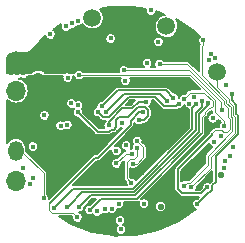
<source format=gbr>
G04 #@! TF.FileFunction,Copper,L3,Inr,Signal*
%FSLAX46Y46*%
G04 Gerber Fmt 4.6, Leading zero omitted, Abs format (unit mm)*
G04 Created by KiCad (PCBNEW 4.0.6) date Wed Feb  7 00:12:24 2018*
%MOMM*%
%LPD*%
G01*
G04 APERTURE LIST*
%ADD10C,0.100000*%
%ADD11C,1.700000*%
%ADD12O,1.700000X1.700000*%
%ADD13O,1.300000X1.700000*%
%ADD14R,1.200000X1.200000*%
%ADD15C,1.200000*%
%ADD16C,1.500000*%
%ADD17C,0.450000*%
%ADD18C,0.550000*%
%ADD19C,0.150000*%
%ADD20C,0.125000*%
G04 APERTURE END LIST*
D10*
D11*
X151000000Y-84920000D03*
D12*
X151000000Y-87460000D03*
X151000000Y-90000000D03*
D13*
X151000000Y-92540000D03*
D12*
X151000000Y-95080000D03*
D14*
X152908000Y-84500000D03*
D15*
X152908000Y-86500000D03*
D16*
X168021000Y-85852000D03*
X163750000Y-82000000D03*
X157480000Y-81280000D03*
D17*
X155386493Y-86331097D03*
X161649050Y-94382950D03*
X162941000Y-98552000D03*
X159461200Y-99618800D03*
X161366200Y-99364800D03*
X153798493Y-94094909D03*
X150622000Y-91262200D03*
X164303002Y-97104200D03*
X167259000Y-90424000D03*
X164210996Y-98298000D03*
X157949393Y-86944519D03*
D18*
X158242000Y-86741000D03*
D17*
X165070147Y-89611288D03*
X167501989Y-94964873D03*
X159131000Y-91313000D03*
X154305000Y-87249000D03*
X155295000Y-87793000D03*
X156062691Y-87106432D03*
X156845000Y-86741028D03*
D18*
X156337000Y-86741000D03*
D17*
X155956000Y-86614000D03*
D18*
X157607000Y-86741000D03*
D17*
X158115000Y-88011000D03*
X166345210Y-93240998D03*
X163750002Y-90290000D03*
X160655000Y-88519000D03*
X154600510Y-91455490D03*
X158477508Y-95015959D03*
X156972000Y-98425000D03*
X157226000Y-95267500D03*
X154585000Y-87793000D03*
X158551564Y-82367436D03*
X154432000Y-85089980D03*
X153289010Y-85598000D03*
X153924000Y-85090000D03*
X169292422Y-87755586D03*
X166370000Y-97028000D03*
X164286104Y-83075403D03*
X164404043Y-84642957D03*
X165859100Y-84521400D03*
X152908000Y-85344000D03*
X152146000Y-85725000D03*
X151638000Y-85979000D03*
X151130000Y-85979000D03*
X150622000Y-85979000D03*
X152146000Y-85217000D03*
X152146000Y-84582000D03*
X153416000Y-83566000D03*
X152908000Y-83693000D03*
X160147000Y-81534000D03*
X159004000Y-81534000D03*
X159004000Y-82169000D03*
X160147000Y-82169000D03*
X160000000Y-80750000D03*
X159500000Y-80500000D03*
X159000000Y-80750000D03*
X161036000Y-81509000D03*
X165249982Y-82500000D03*
X165750000Y-82500000D03*
X166243000Y-83058016D03*
X163449000Y-83820000D03*
X163449000Y-84582000D03*
X165354000Y-83934500D03*
X159828998Y-98425000D03*
X151612600Y-93954600D03*
X153416024Y-89535000D03*
X165683278Y-88533226D03*
X155693609Y-88517121D03*
X159721990Y-97008041D03*
X159955973Y-90185956D03*
D18*
X163250000Y-97250000D03*
D17*
X159893000Y-99187000D03*
X153340998Y-96561252D03*
X168783000Y-86995000D03*
X167386000Y-84836000D03*
X167894000Y-84664340D03*
X167513000Y-84328000D03*
X165867164Y-95625928D03*
X169099941Y-92935038D03*
X163068000Y-83312000D03*
X155750000Y-81750000D03*
X155250000Y-82000000D03*
X156250000Y-81500000D03*
X168330589Y-91264063D03*
X152492054Y-94840820D03*
X152180324Y-95324000D03*
X157861000Y-97663000D03*
X159126777Y-97426875D03*
X158520161Y-97462743D03*
X168654067Y-90429594D03*
X156337000Y-86106000D03*
X160147000Y-85725000D03*
X168473180Y-89103267D03*
X167766239Y-91765003D03*
X153924000Y-82677000D03*
X159020298Y-83015173D03*
X168748246Y-93389955D03*
X162110865Y-85091164D03*
X168652847Y-93986306D03*
X169418000Y-92201986D03*
X162433000Y-80645000D03*
X167214990Y-95615884D03*
X163166392Y-85194311D03*
X160274000Y-86614000D03*
X166116000Y-88011000D03*
X167671001Y-89779588D03*
D18*
X168402000Y-94615000D03*
D17*
X166878000Y-83185000D03*
X165260524Y-95470476D03*
X161850050Y-97000000D03*
X152440574Y-92164935D03*
X167259000Y-88518988D03*
X156364944Y-97288001D03*
X155346324Y-97306576D03*
X166736250Y-88279469D03*
X166255045Y-88594222D03*
X154224528Y-97362472D03*
X157236342Y-97539447D03*
X165227000Y-88157010D03*
X157948890Y-89252877D03*
X164801990Y-88545701D03*
X164338000Y-88030010D03*
X158265743Y-88773038D03*
X158638706Y-89243022D03*
X163837400Y-88347990D03*
X158862089Y-90381783D03*
X162049998Y-88392011D03*
X161761014Y-89265142D03*
X156210000Y-98171000D03*
X161417212Y-89927965D03*
X156252368Y-89265667D03*
X160909000Y-93620612D03*
X161271148Y-91691593D03*
X161265807Y-92266580D03*
X160782000Y-95250000D03*
X160842600Y-92770600D03*
X159507252Y-93599000D03*
X160340393Y-92077917D03*
X159517572Y-92541931D03*
X154784169Y-90411248D03*
X155353644Y-90331644D03*
X156266827Y-88682228D03*
D19*
X167640000Y-95836854D02*
X167640000Y-95447800D01*
X166370000Y-97028000D02*
X167357115Y-96040885D01*
X169672000Y-88646000D02*
X169292422Y-88266422D01*
X169672000Y-89399641D02*
X169672000Y-88646000D01*
X167357115Y-96040885D02*
X167435969Y-96040885D01*
X167435969Y-96040885D02*
X167640000Y-95836854D01*
X167640000Y-95447800D02*
X167926999Y-95160801D01*
X169807359Y-89535000D02*
X169672000Y-89399641D01*
X167926999Y-95160801D02*
X167926999Y-92967781D01*
X167926999Y-92967781D02*
X169807359Y-91087422D01*
X169807359Y-91087422D02*
X169807359Y-89535000D01*
X169292422Y-88266422D02*
X169292422Y-87755586D01*
D20*
X153340998Y-96561252D02*
X153340998Y-94412998D01*
X153340998Y-94412998D02*
X151612600Y-92684600D01*
X151612600Y-92684600D02*
X151144600Y-92684600D01*
X151144600Y-92684600D02*
X151000000Y-92540000D01*
D10*
X169042411Y-88115963D02*
X169042411Y-88369979D01*
X169421989Y-89503198D02*
X169557348Y-89638557D01*
X167513000Y-93028212D02*
X167513000Y-93980092D01*
X169557348Y-89638557D02*
X169557348Y-90983865D01*
X169042411Y-88369979D02*
X169421989Y-88749557D01*
X169557348Y-90983865D02*
X167513000Y-93028212D01*
X169421989Y-88749557D02*
X169421989Y-89503198D01*
X168021000Y-87094552D02*
X169042411Y-88115963D01*
X168021000Y-85852000D02*
X168021000Y-87094552D01*
X167513000Y-93980092D02*
X165867164Y-95625928D01*
X160339002Y-86125002D02*
X160358004Y-86106000D01*
X167894000Y-88240404D02*
X167894000Y-89281000D01*
X159700998Y-86125002D02*
X160339002Y-86125002D01*
X165759596Y-86106000D02*
X167894000Y-88240404D01*
X159681996Y-86106000D02*
X159700998Y-86125002D01*
X168654067Y-90041067D02*
X168654067Y-90429594D01*
X160358004Y-86106000D02*
X165759596Y-86106000D01*
X167894000Y-89281000D02*
X168654067Y-90041067D01*
X156337000Y-86106000D02*
X159681996Y-86106000D01*
X156464000Y-86233000D02*
X156337000Y-86106000D01*
X160166010Y-85705990D02*
X160147000Y-85725000D01*
X165677799Y-85705990D02*
X160166010Y-85705990D01*
X168365958Y-88996045D02*
X168365958Y-88394149D01*
X168473180Y-89103267D02*
X168365958Y-88996045D01*
X168365958Y-88394149D02*
X165677799Y-85705990D01*
D19*
X167640000Y-91059000D02*
X167640000Y-91186000D01*
X165100000Y-96139000D02*
X166691874Y-96139000D01*
X167640000Y-91186000D02*
X164719000Y-94107000D01*
X164719000Y-94107000D02*
X164719000Y-95758000D01*
X164719000Y-95758000D02*
X165100000Y-96139000D01*
X166691874Y-96139000D02*
X167214990Y-95615884D01*
D10*
X168426889Y-90805270D02*
X167893730Y-90805270D01*
X167893730Y-90805270D02*
X167640000Y-91059000D01*
X165484333Y-85194311D02*
X168590969Y-88300947D01*
X168553619Y-90932000D02*
X168426889Y-90805270D01*
X168850170Y-90932000D02*
X168553619Y-90932000D01*
X169107326Y-89824961D02*
X169107326Y-90674844D01*
X169107326Y-90674844D02*
X168850170Y-90932000D01*
X168590969Y-88300947D02*
X168590969Y-88554962D01*
X168971968Y-89689604D02*
X169107326Y-89824961D01*
X168590969Y-88554962D02*
X168971967Y-88935960D01*
X163166392Y-85194311D02*
X165484333Y-85194311D01*
X168971967Y-88935960D02*
X168971968Y-89689604D01*
X166878000Y-83566000D02*
X166878000Y-83185000D01*
X168815980Y-88207745D02*
X166751000Y-86142765D01*
X169196978Y-88842758D02*
X168815980Y-88461760D01*
X168815980Y-88461760D02*
X168815980Y-88207745D01*
X169332337Y-89731758D02*
X169196978Y-89596400D01*
X169196978Y-89596400D02*
X169196978Y-88842758D01*
X169332337Y-90890663D02*
X169332337Y-89731758D01*
X167287989Y-93697011D02*
X167287989Y-92935010D01*
X165739523Y-95245477D02*
X167287989Y-93697011D01*
X166751000Y-86142765D02*
X166751000Y-83693000D01*
X166751000Y-83693000D02*
X166878000Y-83566000D01*
X167287989Y-92935010D02*
X169332337Y-90890663D01*
X165485523Y-95245477D02*
X165739523Y-95245477D01*
X165260524Y-95470476D02*
X165485523Y-95245477D01*
D19*
X167259000Y-88673432D02*
X167259000Y-88518988D01*
X166500989Y-90920087D02*
X166500989Y-89431443D01*
X161113054Y-96308022D02*
X166500989Y-90920087D01*
X166500989Y-89431443D02*
X167259000Y-88673432D01*
X156364944Y-97288001D02*
X157344923Y-96308022D01*
X157344923Y-96308022D02*
X161113054Y-96308022D01*
X155571323Y-97081577D02*
X155346324Y-97306576D01*
X160999141Y-96033011D02*
X156619889Y-96033011D01*
X166225979Y-90806173D02*
X160999141Y-96033011D01*
X156619889Y-96033011D02*
X155571323Y-97081577D01*
X166736250Y-88807258D02*
X166225979Y-89317529D01*
X166225979Y-89317529D02*
X166225979Y-90806173D01*
X166736250Y-88279469D02*
X166736250Y-88807258D01*
X160885228Y-95758000D02*
X165950968Y-90692260D01*
X165950968Y-90692260D02*
X165950968Y-88898299D01*
X154224528Y-97362472D02*
X155829000Y-95758000D01*
X155829000Y-95758000D02*
X160885228Y-95758000D01*
X165950968Y-88898299D02*
X166255045Y-88594222D01*
D10*
X166751000Y-89662000D02*
X166751000Y-91059000D01*
D19*
X166250924Y-91559076D02*
X166751000Y-91059000D01*
X166250924Y-91559076D02*
X161226967Y-96583033D01*
X161226967Y-96583033D02*
X158192756Y-96583033D01*
X158192756Y-96583033D02*
X157236342Y-97539447D01*
D10*
X167005000Y-89408000D02*
X166751000Y-89662000D01*
X167005000Y-89280998D02*
X167005000Y-89408000D01*
X167367009Y-88918989D02*
X167005000Y-89280998D01*
X167451001Y-88918989D02*
X167367009Y-88918989D01*
X167665192Y-88329809D02*
X167665192Y-88646000D01*
X166946382Y-87610999D02*
X167665192Y-88329809D01*
X165773011Y-87610999D02*
X166946382Y-87610999D01*
X167659001Y-88710989D02*
X167451001Y-88918989D01*
X167659001Y-88646000D02*
X167659001Y-88710989D01*
X167665192Y-88646000D02*
X167659001Y-88646000D01*
X165227000Y-88157010D02*
X165773011Y-87610999D01*
D19*
X158364039Y-89668026D02*
X157948890Y-89252877D01*
X162770001Y-87967001D02*
X160543733Y-87967001D01*
X163576000Y-88773000D02*
X162770001Y-87967001D01*
X164574691Y-88773000D02*
X163576000Y-88773000D01*
X164801990Y-88545701D02*
X164574691Y-88773000D01*
X158842708Y-89668026D02*
X158364039Y-89668026D01*
X160543733Y-87967001D02*
X158842708Y-89668026D01*
X163724969Y-87416979D02*
X164338000Y-88030010D01*
X159621802Y-87416979D02*
X163724969Y-87416979D01*
X158265743Y-88773038D02*
X159621802Y-87416979D01*
X163181400Y-87691990D02*
X160189738Y-87691990D01*
X163837400Y-88347990D02*
X163181400Y-87691990D01*
X160189738Y-87691990D02*
X158638706Y-89243022D01*
X160859001Y-88944001D02*
X160026049Y-88944001D01*
X160026049Y-88944001D02*
X158862089Y-90107961D01*
X158862089Y-90107961D02*
X158862089Y-90381783D01*
X162049998Y-88392011D02*
X161410991Y-88392011D01*
X161410991Y-88392011D02*
X160859001Y-88944001D01*
X161761014Y-89265142D02*
X161442816Y-89265142D01*
X161442816Y-89265142D02*
X160737998Y-89969960D01*
X160737998Y-89969960D02*
X160737998Y-90341002D01*
X160737998Y-90341002D02*
X157981324Y-93097676D01*
X157981324Y-93097676D02*
X157734000Y-93097676D01*
X157734000Y-93097676D02*
X153924000Y-96907676D01*
D20*
X153924000Y-96907676D02*
X153917324Y-96907676D01*
X153917324Y-96907676D02*
X153797000Y-97028000D01*
X153797000Y-97028000D02*
X153797000Y-97536000D01*
X155829000Y-97790000D02*
X156210000Y-98171000D01*
X153797000Y-97536000D02*
X154051000Y-97790000D01*
X154051000Y-97790000D02*
X155829000Y-97790000D01*
D19*
X162186020Y-89613087D02*
X161871142Y-89927965D01*
X161871142Y-89927965D02*
X161417212Y-89927965D01*
X159512000Y-90551000D02*
X159512000Y-89916000D01*
X159512000Y-89916000D02*
X159766000Y-89662000D01*
X159766000Y-89662000D02*
X160529926Y-89662000D01*
X158882998Y-90932000D02*
X159053999Y-90760999D01*
X159053999Y-90760999D02*
X159302001Y-90760999D01*
X159302001Y-90760999D02*
X159512000Y-90551000D01*
X162186020Y-89061131D02*
X162186020Y-89613087D01*
X161941891Y-88817002D02*
X162186020Y-89061131D01*
X161374924Y-88817002D02*
X161941891Y-88817002D01*
X160529926Y-89662000D02*
X161374924Y-88817002D01*
X156252368Y-89265667D02*
X157918701Y-90932000D01*
X157918701Y-90932000D02*
X158882998Y-90932000D01*
D10*
X161271148Y-91691593D02*
X161798000Y-92218445D01*
X161227198Y-93620612D02*
X160909000Y-93620612D01*
X161798000Y-93049810D02*
X161227198Y-93620612D01*
X161798000Y-92218445D02*
X161798000Y-93049810D01*
D20*
X161265807Y-92584778D02*
X161265807Y-92266580D01*
X161265807Y-92957895D02*
X161265807Y-92584778D01*
X161040601Y-93183101D02*
X161265807Y-92957895D01*
X160401000Y-93472000D02*
X160689899Y-93183101D01*
X160689899Y-93183101D02*
X161040601Y-93183101D01*
X160401000Y-94869000D02*
X160401000Y-93472000D01*
X160782000Y-95250000D02*
X160401000Y-94869000D01*
D10*
X160335652Y-92770600D02*
X160842600Y-92770600D01*
X159507252Y-93599000D02*
X160335652Y-92770600D01*
D19*
G36*
X161997754Y-80528199D02*
X161983641Y-80594596D01*
X161982409Y-80682837D01*
X161998340Y-80769637D01*
X162030826Y-80851689D01*
X162078632Y-80925869D01*
X162139935Y-80989350D01*
X162212401Y-81039715D01*
X162293270Y-81075046D01*
X162379460Y-81093996D01*
X162467691Y-81095844D01*
X162554599Y-81080520D01*
X162636876Y-81048607D01*
X162711388Y-81001320D01*
X162775296Y-80940462D01*
X162826166Y-80868349D01*
X162862060Y-80787729D01*
X162875441Y-80728832D01*
X163631862Y-81029912D01*
X163473385Y-81060143D01*
X163296101Y-81131770D01*
X163136105Y-81236469D01*
X162999492Y-81370249D01*
X162891467Y-81528017D01*
X162816142Y-81703763D01*
X162776388Y-81890792D01*
X162773718Y-82081981D01*
X162808235Y-82270047D01*
X162878623Y-82447827D01*
X162982201Y-82608550D01*
X163115025Y-82746093D01*
X163272035Y-82855217D01*
X163447250Y-82931767D01*
X163633998Y-82972826D01*
X163825163Y-82976831D01*
X164013466Y-82943628D01*
X164191733Y-82874482D01*
X164353175Y-82772028D01*
X164491642Y-82640168D01*
X164601860Y-82483924D01*
X164679631Y-82309247D01*
X164721993Y-82122791D01*
X164725042Y-81904396D01*
X164687903Y-81716830D01*
X164615040Y-81540050D01*
X164521468Y-81399214D01*
X166053682Y-82390604D01*
X166552412Y-82873977D01*
X166531612Y-82894346D01*
X166481754Y-82967162D01*
X166446989Y-83048275D01*
X166428641Y-83134596D01*
X166427409Y-83222837D01*
X166443340Y-83309637D01*
X166475826Y-83391689D01*
X166523632Y-83465869D01*
X166555922Y-83499306D01*
X166540407Y-83518193D01*
X166524094Y-83537634D01*
X166523399Y-83538898D01*
X166522479Y-83540018D01*
X166510471Y-83562414D01*
X166498238Y-83584666D01*
X166497800Y-83586047D01*
X166497118Y-83587319D01*
X166489705Y-83611565D01*
X166482009Y-83635824D01*
X166481848Y-83637263D01*
X166481425Y-83638645D01*
X166478859Y-83663907D01*
X166476027Y-83689160D01*
X166476007Y-83691990D01*
X166476002Y-83692040D01*
X166476006Y-83692087D01*
X166476000Y-83693000D01*
X166476000Y-85797070D01*
X165678787Y-84999857D01*
X165659140Y-84983718D01*
X165639699Y-84967405D01*
X165638435Y-84966710D01*
X165637315Y-84965790D01*
X165614919Y-84953782D01*
X165592667Y-84941549D01*
X165591286Y-84941111D01*
X165590014Y-84940429D01*
X165565768Y-84933016D01*
X165541509Y-84925320D01*
X165540070Y-84925159D01*
X165538688Y-84924736D01*
X165513426Y-84922170D01*
X165488173Y-84919338D01*
X165485343Y-84919318D01*
X165485293Y-84919313D01*
X165485246Y-84919317D01*
X165484333Y-84919311D01*
X163523972Y-84919311D01*
X163516804Y-84908522D01*
X163454620Y-84845903D01*
X163381458Y-84796554D01*
X163300104Y-84762356D01*
X163213657Y-84744611D01*
X163125410Y-84743995D01*
X163038724Y-84760531D01*
X162956900Y-84793590D01*
X162883056Y-84841912D01*
X162820004Y-84903657D01*
X162770146Y-84976473D01*
X162735381Y-85057586D01*
X162717033Y-85143907D01*
X162715801Y-85232148D01*
X162731732Y-85318948D01*
X162764218Y-85401000D01*
X162783545Y-85430990D01*
X162406574Y-85430990D01*
X162453161Y-85386626D01*
X162504031Y-85314513D01*
X162539925Y-85233893D01*
X162559476Y-85147837D01*
X162560884Y-85047039D01*
X162543743Y-84960470D01*
X162510114Y-84878880D01*
X162461277Y-84805375D01*
X162399093Y-84742756D01*
X162325931Y-84693407D01*
X162244577Y-84659209D01*
X162158130Y-84641464D01*
X162069883Y-84640848D01*
X161983197Y-84657384D01*
X161901373Y-84690443D01*
X161827529Y-84738765D01*
X161764477Y-84800510D01*
X161714619Y-84873326D01*
X161679854Y-84954439D01*
X161661506Y-85040760D01*
X161660274Y-85129001D01*
X161676205Y-85215801D01*
X161708691Y-85297853D01*
X161756497Y-85372033D01*
X161813431Y-85430990D01*
X160489248Y-85430990D01*
X160435228Y-85376592D01*
X160362066Y-85327243D01*
X160280712Y-85293045D01*
X160194265Y-85275300D01*
X160106018Y-85274684D01*
X160019332Y-85291220D01*
X159937508Y-85324279D01*
X159863664Y-85372601D01*
X159800612Y-85434346D01*
X159750754Y-85507162D01*
X159715989Y-85588275D01*
X159697641Y-85674596D01*
X159696409Y-85762837D01*
X159709410Y-85833671D01*
X159685836Y-85831027D01*
X159683006Y-85831007D01*
X159682956Y-85831002D01*
X159682909Y-85831006D01*
X159681996Y-85831000D01*
X156694580Y-85831000D01*
X156687412Y-85820211D01*
X156625228Y-85757592D01*
X156552066Y-85708243D01*
X156470712Y-85674045D01*
X156384265Y-85656300D01*
X156296018Y-85655684D01*
X156209332Y-85672220D01*
X156127508Y-85705279D01*
X156053664Y-85753601D01*
X155990612Y-85815346D01*
X155940754Y-85888162D01*
X155924965Y-85925000D01*
X155581719Y-85925000D01*
X155520205Y-85899142D01*
X155433758Y-85881397D01*
X155345511Y-85880781D01*
X155258825Y-85897317D01*
X155190307Y-85925000D01*
X153499725Y-85925000D01*
X153436419Y-85861251D01*
X153302289Y-85770778D01*
X153153140Y-85708082D01*
X152994653Y-85675549D01*
X152832866Y-85674420D01*
X152673941Y-85704736D01*
X152523931Y-85765344D01*
X152388550Y-85853935D01*
X152315981Y-85925000D01*
X150275000Y-85925000D01*
X150275000Y-84763446D01*
X150285341Y-84657991D01*
X150312059Y-84569493D01*
X150355459Y-84487871D01*
X150413891Y-84416226D01*
X150485119Y-84357302D01*
X150566441Y-84313331D01*
X150654757Y-84285993D01*
X150759345Y-84275000D01*
X151633400Y-84275000D01*
X151639033Y-84274448D01*
X151644678Y-84274768D01*
X151648514Y-84274584D01*
X151730815Y-84270054D01*
X151749667Y-84267153D01*
X151768644Y-84265325D01*
X151772407Y-84264560D01*
X151915636Y-84234377D01*
X151939404Y-84226883D01*
X151963279Y-84219720D01*
X151966822Y-84218238D01*
X152101460Y-84160810D01*
X152123315Y-84148845D01*
X152145348Y-84137179D01*
X152148531Y-84135040D01*
X152148536Y-84135037D01*
X152148540Y-84135033D01*
X152269455Y-84052552D01*
X152288574Y-84036567D01*
X152307921Y-84020843D01*
X152310631Y-84018124D01*
X152413227Y-83913721D01*
X152414164Y-83912560D01*
X153494130Y-82813736D01*
X153521826Y-82883689D01*
X153569632Y-82957869D01*
X153630935Y-83021350D01*
X153703401Y-83071715D01*
X153784270Y-83107046D01*
X153870460Y-83125996D01*
X153958691Y-83127844D01*
X154045599Y-83112520D01*
X154127876Y-83080607D01*
X154171361Y-83053010D01*
X158569707Y-83053010D01*
X158585638Y-83139810D01*
X158618124Y-83221862D01*
X158665930Y-83296042D01*
X158727233Y-83359523D01*
X158799699Y-83409888D01*
X158880568Y-83445219D01*
X158966758Y-83464169D01*
X159054989Y-83466017D01*
X159141897Y-83450693D01*
X159224174Y-83418780D01*
X159298686Y-83371493D01*
X159321427Y-83349837D01*
X162617409Y-83349837D01*
X162633340Y-83436637D01*
X162665826Y-83518689D01*
X162713632Y-83592869D01*
X162774935Y-83656350D01*
X162847401Y-83706715D01*
X162928270Y-83742046D01*
X163014460Y-83760996D01*
X163102691Y-83762844D01*
X163189599Y-83747520D01*
X163271876Y-83715607D01*
X163346388Y-83668320D01*
X163410296Y-83607462D01*
X163461166Y-83535349D01*
X163497060Y-83454729D01*
X163516611Y-83368673D01*
X163518019Y-83267875D01*
X163500878Y-83181306D01*
X163467249Y-83099716D01*
X163418412Y-83026211D01*
X163356228Y-82963592D01*
X163283066Y-82914243D01*
X163201712Y-82880045D01*
X163115265Y-82862300D01*
X163027018Y-82861684D01*
X162940332Y-82878220D01*
X162858508Y-82911279D01*
X162784664Y-82959601D01*
X162721612Y-83021346D01*
X162671754Y-83094162D01*
X162636989Y-83175275D01*
X162618641Y-83261596D01*
X162617409Y-83349837D01*
X159321427Y-83349837D01*
X159362594Y-83310635D01*
X159413464Y-83238522D01*
X159449358Y-83157902D01*
X159468909Y-83071846D01*
X159470317Y-82971048D01*
X159453176Y-82884479D01*
X159419547Y-82802889D01*
X159370710Y-82729384D01*
X159308526Y-82666765D01*
X159235364Y-82617416D01*
X159154010Y-82583218D01*
X159067563Y-82565473D01*
X158979316Y-82564857D01*
X158892630Y-82581393D01*
X158810806Y-82614452D01*
X158736962Y-82662774D01*
X158673910Y-82724519D01*
X158624052Y-82797335D01*
X158589287Y-82878448D01*
X158570939Y-82964769D01*
X158569707Y-83053010D01*
X154171361Y-83053010D01*
X154202388Y-83033320D01*
X154266296Y-82972462D01*
X154317166Y-82900349D01*
X154353060Y-82819729D01*
X154372611Y-82733673D01*
X154374019Y-82632875D01*
X154356878Y-82546306D01*
X154323249Y-82464716D01*
X154274412Y-82391211D01*
X154212228Y-82328592D01*
X154142264Y-82281400D01*
X154845295Y-81801899D01*
X154818989Y-81863275D01*
X154800641Y-81949596D01*
X154799409Y-82037837D01*
X154815340Y-82124637D01*
X154847826Y-82206689D01*
X154895632Y-82280869D01*
X154956935Y-82344350D01*
X155029401Y-82394715D01*
X155110270Y-82430046D01*
X155196460Y-82448996D01*
X155284691Y-82450844D01*
X155371599Y-82435520D01*
X155453876Y-82403607D01*
X155528388Y-82356320D01*
X155592296Y-82295462D01*
X155643166Y-82223349D01*
X155657794Y-82190495D01*
X155696460Y-82198996D01*
X155784691Y-82200844D01*
X155871599Y-82185520D01*
X155953876Y-82153607D01*
X156028388Y-82106320D01*
X156092296Y-82045462D01*
X156143166Y-81973349D01*
X156157794Y-81940495D01*
X156196460Y-81948996D01*
X156284691Y-81950844D01*
X156371599Y-81935520D01*
X156453876Y-81903607D01*
X156528388Y-81856320D01*
X156592296Y-81795462D01*
X156623606Y-81751077D01*
X156712201Y-81888550D01*
X156845025Y-82026093D01*
X157002035Y-82135217D01*
X157177250Y-82211767D01*
X157363998Y-82252826D01*
X157555163Y-82256831D01*
X157743466Y-82223628D01*
X157921733Y-82154482D01*
X158083175Y-82052028D01*
X158221642Y-81920168D01*
X158331860Y-81763924D01*
X158409631Y-81589247D01*
X158451993Y-81402791D01*
X158455042Y-81184396D01*
X158417903Y-80996830D01*
X158345040Y-80820050D01*
X158239227Y-80660790D01*
X158104496Y-80525114D01*
X158087011Y-80513320D01*
X158933673Y-80334965D01*
X160831264Y-80311916D01*
X161997754Y-80528199D01*
X161997754Y-80528199D01*
G37*
X161997754Y-80528199D02*
X161983641Y-80594596D01*
X161982409Y-80682837D01*
X161998340Y-80769637D01*
X162030826Y-80851689D01*
X162078632Y-80925869D01*
X162139935Y-80989350D01*
X162212401Y-81039715D01*
X162293270Y-81075046D01*
X162379460Y-81093996D01*
X162467691Y-81095844D01*
X162554599Y-81080520D01*
X162636876Y-81048607D01*
X162711388Y-81001320D01*
X162775296Y-80940462D01*
X162826166Y-80868349D01*
X162862060Y-80787729D01*
X162875441Y-80728832D01*
X163631862Y-81029912D01*
X163473385Y-81060143D01*
X163296101Y-81131770D01*
X163136105Y-81236469D01*
X162999492Y-81370249D01*
X162891467Y-81528017D01*
X162816142Y-81703763D01*
X162776388Y-81890792D01*
X162773718Y-82081981D01*
X162808235Y-82270047D01*
X162878623Y-82447827D01*
X162982201Y-82608550D01*
X163115025Y-82746093D01*
X163272035Y-82855217D01*
X163447250Y-82931767D01*
X163633998Y-82972826D01*
X163825163Y-82976831D01*
X164013466Y-82943628D01*
X164191733Y-82874482D01*
X164353175Y-82772028D01*
X164491642Y-82640168D01*
X164601860Y-82483924D01*
X164679631Y-82309247D01*
X164721993Y-82122791D01*
X164725042Y-81904396D01*
X164687903Y-81716830D01*
X164615040Y-81540050D01*
X164521468Y-81399214D01*
X166053682Y-82390604D01*
X166552412Y-82873977D01*
X166531612Y-82894346D01*
X166481754Y-82967162D01*
X166446989Y-83048275D01*
X166428641Y-83134596D01*
X166427409Y-83222837D01*
X166443340Y-83309637D01*
X166475826Y-83391689D01*
X166523632Y-83465869D01*
X166555922Y-83499306D01*
X166540407Y-83518193D01*
X166524094Y-83537634D01*
X166523399Y-83538898D01*
X166522479Y-83540018D01*
X166510471Y-83562414D01*
X166498238Y-83584666D01*
X166497800Y-83586047D01*
X166497118Y-83587319D01*
X166489705Y-83611565D01*
X166482009Y-83635824D01*
X166481848Y-83637263D01*
X166481425Y-83638645D01*
X166478859Y-83663907D01*
X166476027Y-83689160D01*
X166476007Y-83691990D01*
X166476002Y-83692040D01*
X166476006Y-83692087D01*
X166476000Y-83693000D01*
X166476000Y-85797070D01*
X165678787Y-84999857D01*
X165659140Y-84983718D01*
X165639699Y-84967405D01*
X165638435Y-84966710D01*
X165637315Y-84965790D01*
X165614919Y-84953782D01*
X165592667Y-84941549D01*
X165591286Y-84941111D01*
X165590014Y-84940429D01*
X165565768Y-84933016D01*
X165541509Y-84925320D01*
X165540070Y-84925159D01*
X165538688Y-84924736D01*
X165513426Y-84922170D01*
X165488173Y-84919338D01*
X165485343Y-84919318D01*
X165485293Y-84919313D01*
X165485246Y-84919317D01*
X165484333Y-84919311D01*
X163523972Y-84919311D01*
X163516804Y-84908522D01*
X163454620Y-84845903D01*
X163381458Y-84796554D01*
X163300104Y-84762356D01*
X163213657Y-84744611D01*
X163125410Y-84743995D01*
X163038724Y-84760531D01*
X162956900Y-84793590D01*
X162883056Y-84841912D01*
X162820004Y-84903657D01*
X162770146Y-84976473D01*
X162735381Y-85057586D01*
X162717033Y-85143907D01*
X162715801Y-85232148D01*
X162731732Y-85318948D01*
X162764218Y-85401000D01*
X162783545Y-85430990D01*
X162406574Y-85430990D01*
X162453161Y-85386626D01*
X162504031Y-85314513D01*
X162539925Y-85233893D01*
X162559476Y-85147837D01*
X162560884Y-85047039D01*
X162543743Y-84960470D01*
X162510114Y-84878880D01*
X162461277Y-84805375D01*
X162399093Y-84742756D01*
X162325931Y-84693407D01*
X162244577Y-84659209D01*
X162158130Y-84641464D01*
X162069883Y-84640848D01*
X161983197Y-84657384D01*
X161901373Y-84690443D01*
X161827529Y-84738765D01*
X161764477Y-84800510D01*
X161714619Y-84873326D01*
X161679854Y-84954439D01*
X161661506Y-85040760D01*
X161660274Y-85129001D01*
X161676205Y-85215801D01*
X161708691Y-85297853D01*
X161756497Y-85372033D01*
X161813431Y-85430990D01*
X160489248Y-85430990D01*
X160435228Y-85376592D01*
X160362066Y-85327243D01*
X160280712Y-85293045D01*
X160194265Y-85275300D01*
X160106018Y-85274684D01*
X160019332Y-85291220D01*
X159937508Y-85324279D01*
X159863664Y-85372601D01*
X159800612Y-85434346D01*
X159750754Y-85507162D01*
X159715989Y-85588275D01*
X159697641Y-85674596D01*
X159696409Y-85762837D01*
X159709410Y-85833671D01*
X159685836Y-85831027D01*
X159683006Y-85831007D01*
X159682956Y-85831002D01*
X159682909Y-85831006D01*
X159681996Y-85831000D01*
X156694580Y-85831000D01*
X156687412Y-85820211D01*
X156625228Y-85757592D01*
X156552066Y-85708243D01*
X156470712Y-85674045D01*
X156384265Y-85656300D01*
X156296018Y-85655684D01*
X156209332Y-85672220D01*
X156127508Y-85705279D01*
X156053664Y-85753601D01*
X155990612Y-85815346D01*
X155940754Y-85888162D01*
X155924965Y-85925000D01*
X155581719Y-85925000D01*
X155520205Y-85899142D01*
X155433758Y-85881397D01*
X155345511Y-85880781D01*
X155258825Y-85897317D01*
X155190307Y-85925000D01*
X153499725Y-85925000D01*
X153436419Y-85861251D01*
X153302289Y-85770778D01*
X153153140Y-85708082D01*
X152994653Y-85675549D01*
X152832866Y-85674420D01*
X152673941Y-85704736D01*
X152523931Y-85765344D01*
X152388550Y-85853935D01*
X152315981Y-85925000D01*
X150275000Y-85925000D01*
X150275000Y-84763446D01*
X150285341Y-84657991D01*
X150312059Y-84569493D01*
X150355459Y-84487871D01*
X150413891Y-84416226D01*
X150485119Y-84357302D01*
X150566441Y-84313331D01*
X150654757Y-84285993D01*
X150759345Y-84275000D01*
X151633400Y-84275000D01*
X151639033Y-84274448D01*
X151644678Y-84274768D01*
X151648514Y-84274584D01*
X151730815Y-84270054D01*
X151749667Y-84267153D01*
X151768644Y-84265325D01*
X151772407Y-84264560D01*
X151915636Y-84234377D01*
X151939404Y-84226883D01*
X151963279Y-84219720D01*
X151966822Y-84218238D01*
X152101460Y-84160810D01*
X152123315Y-84148845D01*
X152145348Y-84137179D01*
X152148531Y-84135040D01*
X152148536Y-84135037D01*
X152148540Y-84135033D01*
X152269455Y-84052552D01*
X152288574Y-84036567D01*
X152307921Y-84020843D01*
X152310631Y-84018124D01*
X152413227Y-83913721D01*
X152414164Y-83912560D01*
X153494130Y-82813736D01*
X153521826Y-82883689D01*
X153569632Y-82957869D01*
X153630935Y-83021350D01*
X153703401Y-83071715D01*
X153784270Y-83107046D01*
X153870460Y-83125996D01*
X153958691Y-83127844D01*
X154045599Y-83112520D01*
X154127876Y-83080607D01*
X154171361Y-83053010D01*
X158569707Y-83053010D01*
X158585638Y-83139810D01*
X158618124Y-83221862D01*
X158665930Y-83296042D01*
X158727233Y-83359523D01*
X158799699Y-83409888D01*
X158880568Y-83445219D01*
X158966758Y-83464169D01*
X159054989Y-83466017D01*
X159141897Y-83450693D01*
X159224174Y-83418780D01*
X159298686Y-83371493D01*
X159321427Y-83349837D01*
X162617409Y-83349837D01*
X162633340Y-83436637D01*
X162665826Y-83518689D01*
X162713632Y-83592869D01*
X162774935Y-83656350D01*
X162847401Y-83706715D01*
X162928270Y-83742046D01*
X163014460Y-83760996D01*
X163102691Y-83762844D01*
X163189599Y-83747520D01*
X163271876Y-83715607D01*
X163346388Y-83668320D01*
X163410296Y-83607462D01*
X163461166Y-83535349D01*
X163497060Y-83454729D01*
X163516611Y-83368673D01*
X163518019Y-83267875D01*
X163500878Y-83181306D01*
X163467249Y-83099716D01*
X163418412Y-83026211D01*
X163356228Y-82963592D01*
X163283066Y-82914243D01*
X163201712Y-82880045D01*
X163115265Y-82862300D01*
X163027018Y-82861684D01*
X162940332Y-82878220D01*
X162858508Y-82911279D01*
X162784664Y-82959601D01*
X162721612Y-83021346D01*
X162671754Y-83094162D01*
X162636989Y-83175275D01*
X162618641Y-83261596D01*
X162617409Y-83349837D01*
X159321427Y-83349837D01*
X159362594Y-83310635D01*
X159413464Y-83238522D01*
X159449358Y-83157902D01*
X159468909Y-83071846D01*
X159470317Y-82971048D01*
X159453176Y-82884479D01*
X159419547Y-82802889D01*
X159370710Y-82729384D01*
X159308526Y-82666765D01*
X159235364Y-82617416D01*
X159154010Y-82583218D01*
X159067563Y-82565473D01*
X158979316Y-82564857D01*
X158892630Y-82581393D01*
X158810806Y-82614452D01*
X158736962Y-82662774D01*
X158673910Y-82724519D01*
X158624052Y-82797335D01*
X158589287Y-82878448D01*
X158570939Y-82964769D01*
X158569707Y-83053010D01*
X154171361Y-83053010D01*
X154202388Y-83033320D01*
X154266296Y-82972462D01*
X154317166Y-82900349D01*
X154353060Y-82819729D01*
X154372611Y-82733673D01*
X154374019Y-82632875D01*
X154356878Y-82546306D01*
X154323249Y-82464716D01*
X154274412Y-82391211D01*
X154212228Y-82328592D01*
X154142264Y-82281400D01*
X154845295Y-81801899D01*
X154818989Y-81863275D01*
X154800641Y-81949596D01*
X154799409Y-82037837D01*
X154815340Y-82124637D01*
X154847826Y-82206689D01*
X154895632Y-82280869D01*
X154956935Y-82344350D01*
X155029401Y-82394715D01*
X155110270Y-82430046D01*
X155196460Y-82448996D01*
X155284691Y-82450844D01*
X155371599Y-82435520D01*
X155453876Y-82403607D01*
X155528388Y-82356320D01*
X155592296Y-82295462D01*
X155643166Y-82223349D01*
X155657794Y-82190495D01*
X155696460Y-82198996D01*
X155784691Y-82200844D01*
X155871599Y-82185520D01*
X155953876Y-82153607D01*
X156028388Y-82106320D01*
X156092296Y-82045462D01*
X156143166Y-81973349D01*
X156157794Y-81940495D01*
X156196460Y-81948996D01*
X156284691Y-81950844D01*
X156371599Y-81935520D01*
X156453876Y-81903607D01*
X156528388Y-81856320D01*
X156592296Y-81795462D01*
X156623606Y-81751077D01*
X156712201Y-81888550D01*
X156845025Y-82026093D01*
X157002035Y-82135217D01*
X157177250Y-82211767D01*
X157363998Y-82252826D01*
X157555163Y-82256831D01*
X157743466Y-82223628D01*
X157921733Y-82154482D01*
X158083175Y-82052028D01*
X158221642Y-81920168D01*
X158331860Y-81763924D01*
X158409631Y-81589247D01*
X158451993Y-81402791D01*
X158455042Y-81184396D01*
X158417903Y-80996830D01*
X158345040Y-80820050D01*
X158239227Y-80660790D01*
X158104496Y-80525114D01*
X158087011Y-80513320D01*
X158933673Y-80334965D01*
X160831264Y-80311916D01*
X161997754Y-80528199D01*
G36*
X167619000Y-89281000D02*
X167621481Y-89306305D01*
X167623598Y-89330497D01*
X167543333Y-89345808D01*
X167461509Y-89378867D01*
X167387665Y-89427189D01*
X167324613Y-89488934D01*
X167274755Y-89561750D01*
X167239990Y-89642863D01*
X167221642Y-89729184D01*
X167220410Y-89817425D01*
X167236341Y-89904225D01*
X167268827Y-89986277D01*
X167316633Y-90060457D01*
X167377936Y-90123938D01*
X167450402Y-90174303D01*
X167531271Y-90209634D01*
X167617461Y-90228584D01*
X167705692Y-90230432D01*
X167792600Y-90215108D01*
X167874877Y-90183195D01*
X167949389Y-90135908D01*
X168013297Y-90075050D01*
X168064167Y-90002937D01*
X168100061Y-89922317D01*
X168108641Y-89884549D01*
X168335645Y-90111553D01*
X168307679Y-90138940D01*
X168257821Y-90211756D01*
X168223056Y-90292869D01*
X168204708Y-90379190D01*
X168203476Y-90467431D01*
X168215009Y-90530270D01*
X167893730Y-90530270D01*
X167868384Y-90532755D01*
X167843143Y-90534963D01*
X167841757Y-90535366D01*
X167840316Y-90535507D01*
X167815965Y-90542859D01*
X167791604Y-90549937D01*
X167790322Y-90550602D01*
X167788936Y-90551020D01*
X167766531Y-90562933D01*
X167743954Y-90574635D01*
X167742821Y-90575540D01*
X167741547Y-90576217D01*
X167721872Y-90592264D01*
X167702010Y-90608120D01*
X167699995Y-90610106D01*
X167699956Y-90610138D01*
X167699926Y-90610174D01*
X167699275Y-90610816D01*
X167529926Y-90780166D01*
X167527618Y-90780845D01*
X167475731Y-90807971D01*
X167430101Y-90844658D01*
X167392466Y-90889510D01*
X167364259Y-90940817D01*
X167346556Y-90996626D01*
X167340029Y-91054811D01*
X167340000Y-91059000D01*
X167340000Y-91061736D01*
X164506868Y-93894868D01*
X164489282Y-93916277D01*
X164471466Y-93937510D01*
X164470706Y-93938892D01*
X164469705Y-93940111D01*
X164456622Y-93964511D01*
X164443259Y-93988817D01*
X164442781Y-93990323D01*
X164442037Y-93991711D01*
X164433944Y-94018181D01*
X164425556Y-94044626D01*
X164425380Y-94046195D01*
X164424919Y-94047703D01*
X164422122Y-94075241D01*
X164419029Y-94102811D01*
X164419008Y-94105898D01*
X164419002Y-94105953D01*
X164419007Y-94106005D01*
X164419000Y-94107000D01*
X164419000Y-95758000D01*
X164421707Y-95785612D01*
X164424120Y-95813185D01*
X164424559Y-95814695D01*
X164424713Y-95816270D01*
X164432720Y-95842789D01*
X164440454Y-95869410D01*
X164441180Y-95870810D01*
X164441636Y-95872321D01*
X164454647Y-95896791D01*
X164467399Y-95921391D01*
X164468383Y-95922624D01*
X164469124Y-95924017D01*
X164486617Y-95945466D01*
X164503926Y-95967149D01*
X164506095Y-95969348D01*
X164506129Y-95969390D01*
X164506168Y-95969422D01*
X164506868Y-95970132D01*
X164887868Y-96351132D01*
X164909277Y-96368718D01*
X164930510Y-96386534D01*
X164931892Y-96387294D01*
X164933111Y-96388295D01*
X164957511Y-96401378D01*
X164981817Y-96414741D01*
X164983323Y-96415219D01*
X164984711Y-96415963D01*
X165011194Y-96424060D01*
X165037626Y-96432444D01*
X165039194Y-96432620D01*
X165040702Y-96433081D01*
X165068246Y-96435879D01*
X165095811Y-96438971D01*
X165098898Y-96438992D01*
X165098953Y-96438998D01*
X165099005Y-96438993D01*
X165100000Y-96439000D01*
X166534736Y-96439000D01*
X166395587Y-96578149D01*
X166329018Y-96577684D01*
X166242332Y-96594220D01*
X166160508Y-96627279D01*
X166086664Y-96675601D01*
X166023612Y-96737346D01*
X165973754Y-96810162D01*
X165938989Y-96891275D01*
X165920641Y-96977596D01*
X165919409Y-97065837D01*
X165935340Y-97152637D01*
X165967826Y-97234689D01*
X166015632Y-97308869D01*
X166076935Y-97372350D01*
X166149401Y-97422715D01*
X166222866Y-97454811D01*
X164787560Y-98463405D01*
X163052495Y-99232132D01*
X161201167Y-99649206D01*
X159304084Y-99698746D01*
X157433508Y-99378864D01*
X155660688Y-98701744D01*
X154665717Y-98077500D01*
X155709914Y-98077500D01*
X155760536Y-98128122D01*
X155759409Y-98208837D01*
X155775340Y-98295637D01*
X155807826Y-98377689D01*
X155855632Y-98451869D01*
X155916935Y-98515350D01*
X155989401Y-98565715D01*
X156070270Y-98601046D01*
X156156460Y-98619996D01*
X156244691Y-98621844D01*
X156331599Y-98606520D01*
X156413876Y-98574607D01*
X156488388Y-98527320D01*
X156552296Y-98466462D01*
X156554853Y-98462837D01*
X159378407Y-98462837D01*
X159394338Y-98549637D01*
X159426824Y-98631689D01*
X159474630Y-98705869D01*
X159535933Y-98769350D01*
X159608399Y-98819715D01*
X159622799Y-98826006D01*
X159609664Y-98834601D01*
X159546612Y-98896346D01*
X159496754Y-98969162D01*
X159461989Y-99050275D01*
X159443641Y-99136596D01*
X159442409Y-99224837D01*
X159458340Y-99311637D01*
X159490826Y-99393689D01*
X159538632Y-99467869D01*
X159599935Y-99531350D01*
X159672401Y-99581715D01*
X159753270Y-99617046D01*
X159839460Y-99635996D01*
X159927691Y-99637844D01*
X160014599Y-99622520D01*
X160096876Y-99590607D01*
X160171388Y-99543320D01*
X160235296Y-99482462D01*
X160286166Y-99410349D01*
X160322060Y-99329729D01*
X160341611Y-99243673D01*
X160343019Y-99142875D01*
X160325878Y-99056306D01*
X160292249Y-98974716D01*
X160243412Y-98901211D01*
X160181228Y-98838592D01*
X160108066Y-98789243D01*
X160100147Y-98785914D01*
X160107386Y-98781320D01*
X160171294Y-98720462D01*
X160222164Y-98648349D01*
X160258058Y-98567729D01*
X160277609Y-98481673D01*
X160279017Y-98380875D01*
X160261876Y-98294306D01*
X160228247Y-98212716D01*
X160179410Y-98139211D01*
X160117226Y-98076592D01*
X160044064Y-98027243D01*
X159962710Y-97993045D01*
X159876263Y-97975300D01*
X159788016Y-97974684D01*
X159701330Y-97991220D01*
X159619506Y-98024279D01*
X159545662Y-98072601D01*
X159482610Y-98134346D01*
X159432752Y-98207162D01*
X159397987Y-98288275D01*
X159379639Y-98374596D01*
X159378407Y-98462837D01*
X156554853Y-98462837D01*
X156603166Y-98394349D01*
X156639060Y-98313729D01*
X156658611Y-98227673D01*
X156660019Y-98126875D01*
X156642878Y-98040306D01*
X156609249Y-97958716D01*
X156560412Y-97885211D01*
X156498228Y-97822592D01*
X156425066Y-97773243D01*
X156343712Y-97739045D01*
X156336272Y-97737518D01*
X156399635Y-97738845D01*
X156486543Y-97723521D01*
X156568820Y-97691608D01*
X156643332Y-97644321D01*
X156707240Y-97583463D01*
X156758110Y-97511350D01*
X156794004Y-97430730D01*
X156813555Y-97344674D01*
X156814703Y-97262506D01*
X157469187Y-96608022D01*
X157743503Y-96608022D01*
X157261929Y-97089596D01*
X157195360Y-97089131D01*
X157108674Y-97105667D01*
X157026850Y-97138726D01*
X156953006Y-97187048D01*
X156889954Y-97248793D01*
X156840096Y-97321609D01*
X156805331Y-97402722D01*
X156786983Y-97489043D01*
X156785751Y-97577284D01*
X156801682Y-97664084D01*
X156834168Y-97746136D01*
X156881974Y-97820316D01*
X156943277Y-97883797D01*
X157015743Y-97934162D01*
X157096612Y-97969493D01*
X157182802Y-97988443D01*
X157271033Y-97990291D01*
X157357941Y-97974967D01*
X157440218Y-97943054D01*
X157486981Y-97913377D01*
X157506632Y-97943869D01*
X157567935Y-98007350D01*
X157640401Y-98057715D01*
X157721270Y-98093046D01*
X157807460Y-98111996D01*
X157895691Y-98113844D01*
X157982599Y-98098520D01*
X158064876Y-98066607D01*
X158139388Y-98019320D01*
X158203296Y-97958462D01*
X158254166Y-97886349D01*
X158274717Y-97840190D01*
X158299562Y-97857458D01*
X158380431Y-97892789D01*
X158466621Y-97911739D01*
X158554852Y-97913587D01*
X158641760Y-97898263D01*
X158724037Y-97866350D01*
X158798549Y-97819063D01*
X158842425Y-97777281D01*
X158906178Y-97821590D01*
X158987047Y-97856921D01*
X159073237Y-97875871D01*
X159161468Y-97877719D01*
X159248376Y-97862395D01*
X159330653Y-97830482D01*
X159405165Y-97783195D01*
X159469073Y-97722337D01*
X159519943Y-97650224D01*
X159555837Y-97569604D01*
X159575388Y-97483548D01*
X159576061Y-97435379D01*
X159582260Y-97438087D01*
X159668450Y-97457037D01*
X159756681Y-97458885D01*
X159843589Y-97443561D01*
X159925866Y-97411648D01*
X160000378Y-97364361D01*
X160064286Y-97303503D01*
X160115156Y-97231390D01*
X160151050Y-97150770D01*
X160170601Y-97064714D01*
X160172009Y-96963916D01*
X160155994Y-96883033D01*
X161226967Y-96883033D01*
X161254579Y-96880326D01*
X161282152Y-96877913D01*
X161283662Y-96877474D01*
X161285237Y-96877320D01*
X161311812Y-96869296D01*
X161338377Y-96861579D01*
X161339777Y-96860853D01*
X161341288Y-96860397D01*
X161365758Y-96847386D01*
X161390358Y-96834634D01*
X161391591Y-96833650D01*
X161392984Y-96832909D01*
X161414433Y-96815416D01*
X161436116Y-96798107D01*
X161438315Y-96795938D01*
X161438357Y-96795904D01*
X161438389Y-96795865D01*
X161439099Y-96795165D01*
X161457500Y-96776764D01*
X161453804Y-96782162D01*
X161419039Y-96863275D01*
X161400691Y-96949596D01*
X161399459Y-97037837D01*
X161415390Y-97124637D01*
X161447876Y-97206689D01*
X161495682Y-97280869D01*
X161556985Y-97344350D01*
X161629451Y-97394715D01*
X161710320Y-97430046D01*
X161796510Y-97448996D01*
X161884741Y-97450844D01*
X161971649Y-97435520D01*
X162053926Y-97403607D01*
X162128438Y-97356320D01*
X162192346Y-97295462D01*
X162194759Y-97292041D01*
X162749343Y-97292041D01*
X162767044Y-97388485D01*
X162803140Y-97479655D01*
X162856258Y-97562076D01*
X162924372Y-97632611D01*
X163004890Y-97688573D01*
X163094744Y-97727829D01*
X163190512Y-97748885D01*
X163288545Y-97750938D01*
X163385110Y-97733911D01*
X163476529Y-97698452D01*
X163559320Y-97645912D01*
X163630329Y-97578291D01*
X163686851Y-97498166D01*
X163726733Y-97408588D01*
X163748457Y-97312970D01*
X163750021Y-97200972D01*
X163730976Y-97104785D01*
X163693610Y-97014129D01*
X163639347Y-96932456D01*
X163570254Y-96862880D01*
X163488963Y-96808048D01*
X163398569Y-96770050D01*
X163302517Y-96750333D01*
X163204464Y-96749649D01*
X163108146Y-96768022D01*
X163017231Y-96804754D01*
X162935182Y-96858446D01*
X162865125Y-96927051D01*
X162809727Y-97007958D01*
X162771099Y-97098084D01*
X162750712Y-97193996D01*
X162749343Y-97292041D01*
X162194759Y-97292041D01*
X162243216Y-97223349D01*
X162279110Y-97142729D01*
X162298661Y-97056673D01*
X162300069Y-96955875D01*
X162282928Y-96869306D01*
X162249299Y-96787716D01*
X162200462Y-96714211D01*
X162138278Y-96651592D01*
X162065116Y-96602243D01*
X161983762Y-96568045D01*
X161897315Y-96550300D01*
X161809068Y-96549684D01*
X161722382Y-96566220D01*
X161640558Y-96599279D01*
X161624433Y-96609831D01*
X166963132Y-91271132D01*
X167000295Y-91225889D01*
X167027963Y-91174289D01*
X167045081Y-91118297D01*
X167050998Y-91060047D01*
X167045488Y-91001758D01*
X167028761Y-90945648D01*
X167026000Y-90940411D01*
X167026000Y-89775908D01*
X167199454Y-89602455D01*
X167215591Y-89582809D01*
X167231906Y-89563366D01*
X167232603Y-89562099D01*
X167233520Y-89560982D01*
X167245518Y-89538606D01*
X167257762Y-89516334D01*
X167258200Y-89514955D01*
X167258882Y-89513682D01*
X167266287Y-89489462D01*
X167273991Y-89465176D01*
X167274153Y-89463732D01*
X167274574Y-89462355D01*
X167277135Y-89437143D01*
X167279973Y-89411840D01*
X167279993Y-89409010D01*
X167279998Y-89408960D01*
X167279994Y-89408913D01*
X167280000Y-89408000D01*
X167280000Y-89394906D01*
X167484078Y-89190828D01*
X167501587Y-89189296D01*
X167502973Y-89188893D01*
X167504415Y-89188752D01*
X167528778Y-89181396D01*
X167553127Y-89174322D01*
X167554409Y-89173657D01*
X167555795Y-89173239D01*
X167578200Y-89161326D01*
X167600777Y-89149624D01*
X167601910Y-89148719D01*
X167603184Y-89148042D01*
X167619000Y-89135143D01*
X167619000Y-89281000D01*
X167619000Y-89281000D01*
G37*
X167619000Y-89281000D02*
X167621481Y-89306305D01*
X167623598Y-89330497D01*
X167543333Y-89345808D01*
X167461509Y-89378867D01*
X167387665Y-89427189D01*
X167324613Y-89488934D01*
X167274755Y-89561750D01*
X167239990Y-89642863D01*
X167221642Y-89729184D01*
X167220410Y-89817425D01*
X167236341Y-89904225D01*
X167268827Y-89986277D01*
X167316633Y-90060457D01*
X167377936Y-90123938D01*
X167450402Y-90174303D01*
X167531271Y-90209634D01*
X167617461Y-90228584D01*
X167705692Y-90230432D01*
X167792600Y-90215108D01*
X167874877Y-90183195D01*
X167949389Y-90135908D01*
X168013297Y-90075050D01*
X168064167Y-90002937D01*
X168100061Y-89922317D01*
X168108641Y-89884549D01*
X168335645Y-90111553D01*
X168307679Y-90138940D01*
X168257821Y-90211756D01*
X168223056Y-90292869D01*
X168204708Y-90379190D01*
X168203476Y-90467431D01*
X168215009Y-90530270D01*
X167893730Y-90530270D01*
X167868384Y-90532755D01*
X167843143Y-90534963D01*
X167841757Y-90535366D01*
X167840316Y-90535507D01*
X167815965Y-90542859D01*
X167791604Y-90549937D01*
X167790322Y-90550602D01*
X167788936Y-90551020D01*
X167766531Y-90562933D01*
X167743954Y-90574635D01*
X167742821Y-90575540D01*
X167741547Y-90576217D01*
X167721872Y-90592264D01*
X167702010Y-90608120D01*
X167699995Y-90610106D01*
X167699956Y-90610138D01*
X167699926Y-90610174D01*
X167699275Y-90610816D01*
X167529926Y-90780166D01*
X167527618Y-90780845D01*
X167475731Y-90807971D01*
X167430101Y-90844658D01*
X167392466Y-90889510D01*
X167364259Y-90940817D01*
X167346556Y-90996626D01*
X167340029Y-91054811D01*
X167340000Y-91059000D01*
X167340000Y-91061736D01*
X164506868Y-93894868D01*
X164489282Y-93916277D01*
X164471466Y-93937510D01*
X164470706Y-93938892D01*
X164469705Y-93940111D01*
X164456622Y-93964511D01*
X164443259Y-93988817D01*
X164442781Y-93990323D01*
X164442037Y-93991711D01*
X164433944Y-94018181D01*
X164425556Y-94044626D01*
X164425380Y-94046195D01*
X164424919Y-94047703D01*
X164422122Y-94075241D01*
X164419029Y-94102811D01*
X164419008Y-94105898D01*
X164419002Y-94105953D01*
X164419007Y-94106005D01*
X164419000Y-94107000D01*
X164419000Y-95758000D01*
X164421707Y-95785612D01*
X164424120Y-95813185D01*
X164424559Y-95814695D01*
X164424713Y-95816270D01*
X164432720Y-95842789D01*
X164440454Y-95869410D01*
X164441180Y-95870810D01*
X164441636Y-95872321D01*
X164454647Y-95896791D01*
X164467399Y-95921391D01*
X164468383Y-95922624D01*
X164469124Y-95924017D01*
X164486617Y-95945466D01*
X164503926Y-95967149D01*
X164506095Y-95969348D01*
X164506129Y-95969390D01*
X164506168Y-95969422D01*
X164506868Y-95970132D01*
X164887868Y-96351132D01*
X164909277Y-96368718D01*
X164930510Y-96386534D01*
X164931892Y-96387294D01*
X164933111Y-96388295D01*
X164957511Y-96401378D01*
X164981817Y-96414741D01*
X164983323Y-96415219D01*
X164984711Y-96415963D01*
X165011194Y-96424060D01*
X165037626Y-96432444D01*
X165039194Y-96432620D01*
X165040702Y-96433081D01*
X165068246Y-96435879D01*
X165095811Y-96438971D01*
X165098898Y-96438992D01*
X165098953Y-96438998D01*
X165099005Y-96438993D01*
X165100000Y-96439000D01*
X166534736Y-96439000D01*
X166395587Y-96578149D01*
X166329018Y-96577684D01*
X166242332Y-96594220D01*
X166160508Y-96627279D01*
X166086664Y-96675601D01*
X166023612Y-96737346D01*
X165973754Y-96810162D01*
X165938989Y-96891275D01*
X165920641Y-96977596D01*
X165919409Y-97065837D01*
X165935340Y-97152637D01*
X165967826Y-97234689D01*
X166015632Y-97308869D01*
X166076935Y-97372350D01*
X166149401Y-97422715D01*
X166222866Y-97454811D01*
X164787560Y-98463405D01*
X163052495Y-99232132D01*
X161201167Y-99649206D01*
X159304084Y-99698746D01*
X157433508Y-99378864D01*
X155660688Y-98701744D01*
X154665717Y-98077500D01*
X155709914Y-98077500D01*
X155760536Y-98128122D01*
X155759409Y-98208837D01*
X155775340Y-98295637D01*
X155807826Y-98377689D01*
X155855632Y-98451869D01*
X155916935Y-98515350D01*
X155989401Y-98565715D01*
X156070270Y-98601046D01*
X156156460Y-98619996D01*
X156244691Y-98621844D01*
X156331599Y-98606520D01*
X156413876Y-98574607D01*
X156488388Y-98527320D01*
X156552296Y-98466462D01*
X156554853Y-98462837D01*
X159378407Y-98462837D01*
X159394338Y-98549637D01*
X159426824Y-98631689D01*
X159474630Y-98705869D01*
X159535933Y-98769350D01*
X159608399Y-98819715D01*
X159622799Y-98826006D01*
X159609664Y-98834601D01*
X159546612Y-98896346D01*
X159496754Y-98969162D01*
X159461989Y-99050275D01*
X159443641Y-99136596D01*
X159442409Y-99224837D01*
X159458340Y-99311637D01*
X159490826Y-99393689D01*
X159538632Y-99467869D01*
X159599935Y-99531350D01*
X159672401Y-99581715D01*
X159753270Y-99617046D01*
X159839460Y-99635996D01*
X159927691Y-99637844D01*
X160014599Y-99622520D01*
X160096876Y-99590607D01*
X160171388Y-99543320D01*
X160235296Y-99482462D01*
X160286166Y-99410349D01*
X160322060Y-99329729D01*
X160341611Y-99243673D01*
X160343019Y-99142875D01*
X160325878Y-99056306D01*
X160292249Y-98974716D01*
X160243412Y-98901211D01*
X160181228Y-98838592D01*
X160108066Y-98789243D01*
X160100147Y-98785914D01*
X160107386Y-98781320D01*
X160171294Y-98720462D01*
X160222164Y-98648349D01*
X160258058Y-98567729D01*
X160277609Y-98481673D01*
X160279017Y-98380875D01*
X160261876Y-98294306D01*
X160228247Y-98212716D01*
X160179410Y-98139211D01*
X160117226Y-98076592D01*
X160044064Y-98027243D01*
X159962710Y-97993045D01*
X159876263Y-97975300D01*
X159788016Y-97974684D01*
X159701330Y-97991220D01*
X159619506Y-98024279D01*
X159545662Y-98072601D01*
X159482610Y-98134346D01*
X159432752Y-98207162D01*
X159397987Y-98288275D01*
X159379639Y-98374596D01*
X159378407Y-98462837D01*
X156554853Y-98462837D01*
X156603166Y-98394349D01*
X156639060Y-98313729D01*
X156658611Y-98227673D01*
X156660019Y-98126875D01*
X156642878Y-98040306D01*
X156609249Y-97958716D01*
X156560412Y-97885211D01*
X156498228Y-97822592D01*
X156425066Y-97773243D01*
X156343712Y-97739045D01*
X156336272Y-97737518D01*
X156399635Y-97738845D01*
X156486543Y-97723521D01*
X156568820Y-97691608D01*
X156643332Y-97644321D01*
X156707240Y-97583463D01*
X156758110Y-97511350D01*
X156794004Y-97430730D01*
X156813555Y-97344674D01*
X156814703Y-97262506D01*
X157469187Y-96608022D01*
X157743503Y-96608022D01*
X157261929Y-97089596D01*
X157195360Y-97089131D01*
X157108674Y-97105667D01*
X157026850Y-97138726D01*
X156953006Y-97187048D01*
X156889954Y-97248793D01*
X156840096Y-97321609D01*
X156805331Y-97402722D01*
X156786983Y-97489043D01*
X156785751Y-97577284D01*
X156801682Y-97664084D01*
X156834168Y-97746136D01*
X156881974Y-97820316D01*
X156943277Y-97883797D01*
X157015743Y-97934162D01*
X157096612Y-97969493D01*
X157182802Y-97988443D01*
X157271033Y-97990291D01*
X157357941Y-97974967D01*
X157440218Y-97943054D01*
X157486981Y-97913377D01*
X157506632Y-97943869D01*
X157567935Y-98007350D01*
X157640401Y-98057715D01*
X157721270Y-98093046D01*
X157807460Y-98111996D01*
X157895691Y-98113844D01*
X157982599Y-98098520D01*
X158064876Y-98066607D01*
X158139388Y-98019320D01*
X158203296Y-97958462D01*
X158254166Y-97886349D01*
X158274717Y-97840190D01*
X158299562Y-97857458D01*
X158380431Y-97892789D01*
X158466621Y-97911739D01*
X158554852Y-97913587D01*
X158641760Y-97898263D01*
X158724037Y-97866350D01*
X158798549Y-97819063D01*
X158842425Y-97777281D01*
X158906178Y-97821590D01*
X158987047Y-97856921D01*
X159073237Y-97875871D01*
X159161468Y-97877719D01*
X159248376Y-97862395D01*
X159330653Y-97830482D01*
X159405165Y-97783195D01*
X159469073Y-97722337D01*
X159519943Y-97650224D01*
X159555837Y-97569604D01*
X159575388Y-97483548D01*
X159576061Y-97435379D01*
X159582260Y-97438087D01*
X159668450Y-97457037D01*
X159756681Y-97458885D01*
X159843589Y-97443561D01*
X159925866Y-97411648D01*
X160000378Y-97364361D01*
X160064286Y-97303503D01*
X160115156Y-97231390D01*
X160151050Y-97150770D01*
X160170601Y-97064714D01*
X160172009Y-96963916D01*
X160155994Y-96883033D01*
X161226967Y-96883033D01*
X161254579Y-96880326D01*
X161282152Y-96877913D01*
X161283662Y-96877474D01*
X161285237Y-96877320D01*
X161311812Y-96869296D01*
X161338377Y-96861579D01*
X161339777Y-96860853D01*
X161341288Y-96860397D01*
X161365758Y-96847386D01*
X161390358Y-96834634D01*
X161391591Y-96833650D01*
X161392984Y-96832909D01*
X161414433Y-96815416D01*
X161436116Y-96798107D01*
X161438315Y-96795938D01*
X161438357Y-96795904D01*
X161438389Y-96795865D01*
X161439099Y-96795165D01*
X161457500Y-96776764D01*
X161453804Y-96782162D01*
X161419039Y-96863275D01*
X161400691Y-96949596D01*
X161399459Y-97037837D01*
X161415390Y-97124637D01*
X161447876Y-97206689D01*
X161495682Y-97280869D01*
X161556985Y-97344350D01*
X161629451Y-97394715D01*
X161710320Y-97430046D01*
X161796510Y-97448996D01*
X161884741Y-97450844D01*
X161971649Y-97435520D01*
X162053926Y-97403607D01*
X162128438Y-97356320D01*
X162192346Y-97295462D01*
X162194759Y-97292041D01*
X162749343Y-97292041D01*
X162767044Y-97388485D01*
X162803140Y-97479655D01*
X162856258Y-97562076D01*
X162924372Y-97632611D01*
X163004890Y-97688573D01*
X163094744Y-97727829D01*
X163190512Y-97748885D01*
X163288545Y-97750938D01*
X163385110Y-97733911D01*
X163476529Y-97698452D01*
X163559320Y-97645912D01*
X163630329Y-97578291D01*
X163686851Y-97498166D01*
X163726733Y-97408588D01*
X163748457Y-97312970D01*
X163750021Y-97200972D01*
X163730976Y-97104785D01*
X163693610Y-97014129D01*
X163639347Y-96932456D01*
X163570254Y-96862880D01*
X163488963Y-96808048D01*
X163398569Y-96770050D01*
X163302517Y-96750333D01*
X163204464Y-96749649D01*
X163108146Y-96768022D01*
X163017231Y-96804754D01*
X162935182Y-96858446D01*
X162865125Y-96927051D01*
X162809727Y-97007958D01*
X162771099Y-97098084D01*
X162750712Y-97193996D01*
X162749343Y-97292041D01*
X162194759Y-97292041D01*
X162243216Y-97223349D01*
X162279110Y-97142729D01*
X162298661Y-97056673D01*
X162300069Y-96955875D01*
X162282928Y-96869306D01*
X162249299Y-96787716D01*
X162200462Y-96714211D01*
X162138278Y-96651592D01*
X162065116Y-96602243D01*
X161983762Y-96568045D01*
X161897315Y-96550300D01*
X161809068Y-96549684D01*
X161722382Y-96566220D01*
X161640558Y-96599279D01*
X161624433Y-96609831D01*
X166963132Y-91271132D01*
X167000295Y-91225889D01*
X167027963Y-91174289D01*
X167045081Y-91118297D01*
X167050998Y-91060047D01*
X167045488Y-91001758D01*
X167028761Y-90945648D01*
X167026000Y-90940411D01*
X167026000Y-89775908D01*
X167199454Y-89602455D01*
X167215591Y-89582809D01*
X167231906Y-89563366D01*
X167232603Y-89562099D01*
X167233520Y-89560982D01*
X167245518Y-89538606D01*
X167257762Y-89516334D01*
X167258200Y-89514955D01*
X167258882Y-89513682D01*
X167266287Y-89489462D01*
X167273991Y-89465176D01*
X167274153Y-89463732D01*
X167274574Y-89462355D01*
X167277135Y-89437143D01*
X167279973Y-89411840D01*
X167279993Y-89409010D01*
X167279998Y-89408960D01*
X167279994Y-89408913D01*
X167280000Y-89408000D01*
X167280000Y-89394906D01*
X167484078Y-89190828D01*
X167501587Y-89189296D01*
X167502973Y-89188893D01*
X167504415Y-89188752D01*
X167528778Y-89181396D01*
X167553127Y-89174322D01*
X167554409Y-89173657D01*
X167555795Y-89173239D01*
X167578200Y-89161326D01*
X167600777Y-89149624D01*
X167601910Y-89148719D01*
X167603184Y-89148042D01*
X167619000Y-89135143D01*
X167619000Y-89281000D01*
G36*
X154937134Y-86280693D02*
X154935902Y-86368934D01*
X154951833Y-86455734D01*
X154984319Y-86537786D01*
X155032125Y-86611966D01*
X155093428Y-86675447D01*
X155165894Y-86725812D01*
X155246763Y-86761143D01*
X155332953Y-86780093D01*
X155421184Y-86781941D01*
X155508092Y-86766617D01*
X155590369Y-86734704D01*
X155664881Y-86687417D01*
X155728789Y-86626559D01*
X155779659Y-86554446D01*
X155815553Y-86473826D01*
X155835104Y-86387770D01*
X155836512Y-86286972D01*
X155824241Y-86225000D01*
X155901305Y-86225000D01*
X155902340Y-86230637D01*
X155934826Y-86312689D01*
X155982632Y-86386869D01*
X156043935Y-86450350D01*
X156116401Y-86500715D01*
X156197270Y-86536046D01*
X156283460Y-86554996D01*
X156371691Y-86556844D01*
X156458599Y-86541520D01*
X156540876Y-86509607D01*
X156612968Y-86463856D01*
X156615382Y-86462583D01*
X156657092Y-86428807D01*
X156691447Y-86387573D01*
X156695031Y-86381000D01*
X159602235Y-86381000D01*
X159619609Y-86386312D01*
X159643822Y-86393993D01*
X159645261Y-86394154D01*
X159646643Y-86394577D01*
X159671905Y-86397143D01*
X159697158Y-86399975D01*
X159699988Y-86399995D01*
X159700038Y-86400000D01*
X159700085Y-86399996D01*
X159700998Y-86400002D01*
X159876108Y-86400002D01*
X159842989Y-86477275D01*
X159824641Y-86563596D01*
X159823409Y-86651837D01*
X159839340Y-86738637D01*
X159871826Y-86820689D01*
X159919632Y-86894869D01*
X159980935Y-86958350D01*
X160053401Y-87008715D01*
X160134270Y-87044046D01*
X160220460Y-87062996D01*
X160308691Y-87064844D01*
X160395599Y-87049520D01*
X160477876Y-87017607D01*
X160552388Y-86970320D01*
X160616296Y-86909462D01*
X160667166Y-86837349D01*
X160703060Y-86756729D01*
X160722611Y-86670673D01*
X160724019Y-86569875D01*
X160706878Y-86483306D01*
X160673249Y-86401716D01*
X160659485Y-86381000D01*
X165645688Y-86381000D01*
X166600687Y-87335999D01*
X165773011Y-87335999D01*
X165747710Y-87338480D01*
X165722424Y-87340692D01*
X165721038Y-87341095D01*
X165719597Y-87341236D01*
X165695246Y-87348588D01*
X165670885Y-87355666D01*
X165669603Y-87356331D01*
X165668217Y-87356749D01*
X165645812Y-87368662D01*
X165623235Y-87380364D01*
X165622102Y-87381269D01*
X165620828Y-87381946D01*
X165601153Y-87397993D01*
X165581291Y-87413849D01*
X165579281Y-87415831D01*
X165579237Y-87415867D01*
X165579204Y-87415907D01*
X165578557Y-87416545D01*
X165285488Y-87709614D01*
X165274265Y-87707310D01*
X165186018Y-87706694D01*
X165099332Y-87723230D01*
X165017508Y-87756289D01*
X164943664Y-87804611D01*
X164880612Y-87866356D01*
X164830754Y-87939172D01*
X164795989Y-88020285D01*
X164786944Y-88062838D01*
X164788019Y-87985885D01*
X164770878Y-87899316D01*
X164737249Y-87817726D01*
X164688412Y-87744221D01*
X164626228Y-87681602D01*
X164553066Y-87632253D01*
X164471712Y-87598055D01*
X164385265Y-87580310D01*
X164312053Y-87579799D01*
X163937101Y-87204847D01*
X163915692Y-87187261D01*
X163894459Y-87169445D01*
X163893077Y-87168685D01*
X163891858Y-87167684D01*
X163867458Y-87154601D01*
X163843152Y-87141238D01*
X163841646Y-87140760D01*
X163840258Y-87140016D01*
X163813788Y-87131923D01*
X163787343Y-87123535D01*
X163785774Y-87123359D01*
X163784266Y-87122898D01*
X163756728Y-87120101D01*
X163729158Y-87117008D01*
X163726071Y-87116987D01*
X163726016Y-87116981D01*
X163725964Y-87116986D01*
X163724969Y-87116979D01*
X159621802Y-87116979D01*
X159594190Y-87119686D01*
X159566617Y-87122099D01*
X159565107Y-87122538D01*
X159563532Y-87122692D01*
X159536957Y-87130716D01*
X159510392Y-87138433D01*
X159508992Y-87139159D01*
X159507481Y-87139615D01*
X159483011Y-87152626D01*
X159458411Y-87165378D01*
X159457178Y-87166362D01*
X159455785Y-87167103D01*
X159434336Y-87184596D01*
X159412653Y-87201905D01*
X159410454Y-87204074D01*
X159410412Y-87204108D01*
X159410380Y-87204147D01*
X159409670Y-87204847D01*
X158291330Y-88323187D01*
X158224761Y-88322722D01*
X158138075Y-88339258D01*
X158056251Y-88372317D01*
X157982407Y-88420639D01*
X157919355Y-88482384D01*
X157869497Y-88555200D01*
X157834732Y-88636313D01*
X157816384Y-88722634D01*
X157815152Y-88810875D01*
X157816976Y-88820813D01*
X157739398Y-88852156D01*
X157665554Y-88900478D01*
X157602502Y-88962223D01*
X157552644Y-89035039D01*
X157517879Y-89116152D01*
X157499531Y-89202473D01*
X157498299Y-89290714D01*
X157514230Y-89377514D01*
X157546716Y-89459566D01*
X157594522Y-89533746D01*
X157655825Y-89597227D01*
X157728291Y-89647592D01*
X157809160Y-89682923D01*
X157895350Y-89701873D01*
X157975296Y-89703547D01*
X158151907Y-89880158D01*
X158173316Y-89897744D01*
X158194549Y-89915560D01*
X158195931Y-89916320D01*
X158197150Y-89917321D01*
X158221550Y-89930404D01*
X158245856Y-89943767D01*
X158247362Y-89944245D01*
X158248750Y-89944989D01*
X158275233Y-89953086D01*
X158301665Y-89961470D01*
X158303233Y-89961646D01*
X158304741Y-89962107D01*
X158332285Y-89964905D01*
X158359850Y-89967997D01*
X158362937Y-89968018D01*
X158362992Y-89968024D01*
X158363044Y-89968019D01*
X158364039Y-89968026D01*
X158598307Y-89968026D01*
X158586348Y-89989778D01*
X158585870Y-89991284D01*
X158585126Y-89992672D01*
X158577033Y-90019142D01*
X158571546Y-90036442D01*
X158515701Y-90091129D01*
X158465843Y-90163945D01*
X158431078Y-90245058D01*
X158412730Y-90331379D01*
X158411498Y-90419620D01*
X158427429Y-90506420D01*
X158459915Y-90588472D01*
X158487967Y-90632000D01*
X158042965Y-90632000D01*
X156701424Y-89290459D01*
X156702387Y-89221542D01*
X156685246Y-89134973D01*
X156651617Y-89053383D01*
X156604348Y-88982237D01*
X156609123Y-88977690D01*
X156659993Y-88905577D01*
X156695887Y-88824957D01*
X156715438Y-88738901D01*
X156716846Y-88638103D01*
X156699705Y-88551534D01*
X156666076Y-88469944D01*
X156617239Y-88396439D01*
X156555055Y-88333820D01*
X156481893Y-88284471D01*
X156400539Y-88250273D01*
X156314092Y-88232528D01*
X156225845Y-88231912D01*
X156139159Y-88248448D01*
X156073120Y-88275129D01*
X156044021Y-88231332D01*
X155981837Y-88168713D01*
X155908675Y-88119364D01*
X155827321Y-88085166D01*
X155740874Y-88067421D01*
X155652627Y-88066805D01*
X155565941Y-88083341D01*
X155484117Y-88116400D01*
X155410273Y-88164722D01*
X155347221Y-88226467D01*
X155297363Y-88299283D01*
X155262598Y-88380396D01*
X155244250Y-88466717D01*
X155243018Y-88554958D01*
X155258949Y-88641758D01*
X155291435Y-88723810D01*
X155339241Y-88797990D01*
X155400544Y-88861471D01*
X155473010Y-88911836D01*
X155553879Y-88947167D01*
X155640069Y-88966117D01*
X155728300Y-88967965D01*
X155815208Y-88952641D01*
X155887620Y-88924554D01*
X155912459Y-88963097D01*
X155915224Y-88965960D01*
X155905980Y-88975013D01*
X155856122Y-89047829D01*
X155821357Y-89128942D01*
X155803009Y-89215263D01*
X155801777Y-89303504D01*
X155817708Y-89390304D01*
X155850194Y-89472356D01*
X155898000Y-89546536D01*
X155959303Y-89610017D01*
X156031769Y-89660382D01*
X156112638Y-89695713D01*
X156198828Y-89714663D01*
X156278774Y-89716337D01*
X157706569Y-91144132D01*
X157728005Y-91161740D01*
X157749211Y-91179534D01*
X157750590Y-91180292D01*
X157751812Y-91181296D01*
X157776251Y-91194400D01*
X157800518Y-91207741D01*
X157802024Y-91208219D01*
X157803412Y-91208963D01*
X157829882Y-91217056D01*
X157856327Y-91225444D01*
X157857896Y-91225620D01*
X157859404Y-91226081D01*
X157886942Y-91228878D01*
X157914512Y-91231971D01*
X157917599Y-91231992D01*
X157917654Y-91231998D01*
X157917706Y-91231993D01*
X157918701Y-91232000D01*
X158882998Y-91232000D01*
X158910610Y-91229293D01*
X158938183Y-91226880D01*
X158939693Y-91226441D01*
X158941268Y-91226287D01*
X158967843Y-91218263D01*
X158994408Y-91210546D01*
X158995808Y-91209820D01*
X158997319Y-91209364D01*
X159021789Y-91196353D01*
X159046389Y-91183601D01*
X159047622Y-91182617D01*
X159049015Y-91181876D01*
X159070464Y-91164383D01*
X159092147Y-91147074D01*
X159094346Y-91144905D01*
X159094388Y-91144871D01*
X159094420Y-91144832D01*
X159095130Y-91144132D01*
X159178263Y-91060999D01*
X159302001Y-91060999D01*
X159329613Y-91058292D01*
X159357186Y-91055879D01*
X159358696Y-91055440D01*
X159360271Y-91055286D01*
X159386846Y-91047262D01*
X159413411Y-91039545D01*
X159414811Y-91038819D01*
X159416322Y-91038363D01*
X159440792Y-91025352D01*
X159465392Y-91012600D01*
X159466625Y-91011616D01*
X159468018Y-91010875D01*
X159489467Y-90993382D01*
X159511150Y-90976073D01*
X159513349Y-90973904D01*
X159513391Y-90973870D01*
X159513423Y-90973831D01*
X159514133Y-90973131D01*
X159724132Y-90763132D01*
X159741736Y-90741701D01*
X159759534Y-90720490D01*
X159760292Y-90719111D01*
X159761295Y-90717890D01*
X159774390Y-90693468D01*
X159787741Y-90669183D01*
X159788219Y-90667677D01*
X159788963Y-90666289D01*
X159797047Y-90639847D01*
X159805444Y-90613374D01*
X159805620Y-90611801D01*
X159805739Y-90611413D01*
X159816243Y-90616002D01*
X159902433Y-90634952D01*
X159990664Y-90636800D01*
X160023774Y-90630962D01*
X157857060Y-92797676D01*
X157734000Y-92797676D01*
X157706438Y-92800378D01*
X157678815Y-92802795D01*
X157677300Y-92803235D01*
X157675730Y-92803389D01*
X157649242Y-92811386D01*
X157622590Y-92819129D01*
X157621185Y-92819857D01*
X157619679Y-92820312D01*
X157595284Y-92833283D01*
X157570609Y-92846074D01*
X157569372Y-92847061D01*
X157567983Y-92847800D01*
X157546562Y-92865271D01*
X157524851Y-92882602D01*
X157522652Y-92884771D01*
X157522610Y-92884805D01*
X157522578Y-92884844D01*
X157521868Y-92885544D01*
X153789611Y-96617801D01*
X153791017Y-96517127D01*
X153773876Y-96430558D01*
X153740247Y-96348968D01*
X153691410Y-96275463D01*
X153629226Y-96212844D01*
X153628498Y-96212353D01*
X153628498Y-94412998D01*
X153625904Y-94386544D01*
X153623592Y-94360112D01*
X153623171Y-94358662D01*
X153623023Y-94357156D01*
X153615332Y-94331684D01*
X153607937Y-94306230D01*
X153607243Y-94304892D01*
X153606805Y-94303440D01*
X153594314Y-94279947D01*
X153582116Y-94256415D01*
X153581174Y-94255234D01*
X153580463Y-94253898D01*
X153563670Y-94233308D01*
X153547110Y-94212563D01*
X153545037Y-94210461D01*
X153545000Y-94210416D01*
X153544958Y-94210381D01*
X153544291Y-94209705D01*
X151875000Y-92540414D01*
X151875000Y-92334799D01*
X151862055Y-92202772D01*
X151989983Y-92202772D01*
X152005914Y-92289572D01*
X152038400Y-92371624D01*
X152086206Y-92445804D01*
X152147509Y-92509285D01*
X152219975Y-92559650D01*
X152300844Y-92594981D01*
X152387034Y-92613931D01*
X152475265Y-92615779D01*
X152562173Y-92600455D01*
X152644450Y-92568542D01*
X152718962Y-92521255D01*
X152782870Y-92460397D01*
X152833740Y-92388284D01*
X152869634Y-92307664D01*
X152889185Y-92221608D01*
X152890593Y-92120810D01*
X152873452Y-92034241D01*
X152839823Y-91952651D01*
X152790986Y-91879146D01*
X152728802Y-91816527D01*
X152655640Y-91767178D01*
X152574286Y-91732980D01*
X152487839Y-91715235D01*
X152399592Y-91714619D01*
X152312906Y-91731155D01*
X152231082Y-91764214D01*
X152157238Y-91812536D01*
X152094186Y-91874281D01*
X152044328Y-91947097D01*
X152009563Y-92028210D01*
X151991215Y-92114531D01*
X151989983Y-92202772D01*
X151862055Y-92202772D01*
X151858336Y-92164844D01*
X151808978Y-92001362D01*
X151728806Y-91850581D01*
X151620874Y-91718244D01*
X151489294Y-91609391D01*
X151339076Y-91528169D01*
X151175943Y-91477671D01*
X151006109Y-91459820D01*
X150836041Y-91475298D01*
X150672219Y-91523513D01*
X150520882Y-91602630D01*
X150387795Y-91709635D01*
X150278026Y-91840453D01*
X150275000Y-91845957D01*
X150275000Y-90449085D01*
X154333578Y-90449085D01*
X154349509Y-90535885D01*
X154381995Y-90617937D01*
X154429801Y-90692117D01*
X154491104Y-90755598D01*
X154563570Y-90805963D01*
X154644439Y-90841294D01*
X154730629Y-90860244D01*
X154818860Y-90862092D01*
X154905768Y-90846768D01*
X154988045Y-90814855D01*
X155062557Y-90767568D01*
X155117313Y-90715425D01*
X155133045Y-90726359D01*
X155213914Y-90761690D01*
X155300104Y-90780640D01*
X155388335Y-90782488D01*
X155475243Y-90767164D01*
X155557520Y-90735251D01*
X155632032Y-90687964D01*
X155695940Y-90627106D01*
X155746810Y-90554993D01*
X155782704Y-90474373D01*
X155802255Y-90388317D01*
X155803663Y-90287519D01*
X155786522Y-90200950D01*
X155752893Y-90119360D01*
X155704056Y-90045855D01*
X155641872Y-89983236D01*
X155568710Y-89933887D01*
X155487356Y-89899689D01*
X155400909Y-89881944D01*
X155312662Y-89881328D01*
X155225976Y-89897864D01*
X155144152Y-89930923D01*
X155070308Y-89979245D01*
X155020612Y-90027910D01*
X154999235Y-90013491D01*
X154917881Y-89979293D01*
X154831434Y-89961548D01*
X154743187Y-89960932D01*
X154656501Y-89977468D01*
X154574677Y-90010527D01*
X154500833Y-90058849D01*
X154437781Y-90120594D01*
X154387923Y-90193410D01*
X154353158Y-90274523D01*
X154334810Y-90360844D01*
X154333578Y-90449085D01*
X150275000Y-90449085D01*
X150275000Y-89572837D01*
X152965433Y-89572837D01*
X152981364Y-89659637D01*
X153013850Y-89741689D01*
X153061656Y-89815869D01*
X153122959Y-89879350D01*
X153195425Y-89929715D01*
X153276294Y-89965046D01*
X153362484Y-89983996D01*
X153450715Y-89985844D01*
X153537623Y-89970520D01*
X153619900Y-89938607D01*
X153694412Y-89891320D01*
X153758320Y-89830462D01*
X153809190Y-89758349D01*
X153845084Y-89677729D01*
X153864635Y-89591673D01*
X153866043Y-89490875D01*
X153848902Y-89404306D01*
X153815273Y-89322716D01*
X153766436Y-89249211D01*
X153704252Y-89186592D01*
X153631090Y-89137243D01*
X153549736Y-89103045D01*
X153463289Y-89085300D01*
X153375042Y-89084684D01*
X153288356Y-89101220D01*
X153206532Y-89134279D01*
X153132688Y-89182601D01*
X153069636Y-89244346D01*
X153019778Y-89317162D01*
X152985013Y-89398275D01*
X152966665Y-89484596D01*
X152965433Y-89572837D01*
X150275000Y-89572837D01*
X150275000Y-88252632D01*
X150387459Y-88346997D01*
X150571311Y-88448070D01*
X150771294Y-88511509D01*
X150979790Y-88534895D01*
X150994799Y-88535000D01*
X151005201Y-88535000D01*
X151214003Y-88514527D01*
X151414852Y-88453887D01*
X151600097Y-88355390D01*
X151762683Y-88222789D01*
X151896416Y-88061132D01*
X151996204Y-87876579D01*
X152058244Y-87676159D01*
X152080175Y-87467505D01*
X152061160Y-87258565D01*
X152001924Y-87057298D01*
X151904723Y-86871370D01*
X151773259Y-86707862D01*
X151612541Y-86573003D01*
X151428689Y-86471930D01*
X151249100Y-86414961D01*
X151251599Y-86414520D01*
X151333876Y-86382607D01*
X151384223Y-86350656D01*
X151417401Y-86373715D01*
X151498270Y-86409046D01*
X151584460Y-86427996D01*
X151672691Y-86429844D01*
X151759599Y-86414520D01*
X151841876Y-86382607D01*
X151916388Y-86335320D01*
X151980296Y-86274462D01*
X152015188Y-86225000D01*
X154948972Y-86225000D01*
X154937134Y-86280693D01*
X154937134Y-86280693D01*
G37*
X154937134Y-86280693D02*
X154935902Y-86368934D01*
X154951833Y-86455734D01*
X154984319Y-86537786D01*
X155032125Y-86611966D01*
X155093428Y-86675447D01*
X155165894Y-86725812D01*
X155246763Y-86761143D01*
X155332953Y-86780093D01*
X155421184Y-86781941D01*
X155508092Y-86766617D01*
X155590369Y-86734704D01*
X155664881Y-86687417D01*
X155728789Y-86626559D01*
X155779659Y-86554446D01*
X155815553Y-86473826D01*
X155835104Y-86387770D01*
X155836512Y-86286972D01*
X155824241Y-86225000D01*
X155901305Y-86225000D01*
X155902340Y-86230637D01*
X155934826Y-86312689D01*
X155982632Y-86386869D01*
X156043935Y-86450350D01*
X156116401Y-86500715D01*
X156197270Y-86536046D01*
X156283460Y-86554996D01*
X156371691Y-86556844D01*
X156458599Y-86541520D01*
X156540876Y-86509607D01*
X156612968Y-86463856D01*
X156615382Y-86462583D01*
X156657092Y-86428807D01*
X156691447Y-86387573D01*
X156695031Y-86381000D01*
X159602235Y-86381000D01*
X159619609Y-86386312D01*
X159643822Y-86393993D01*
X159645261Y-86394154D01*
X159646643Y-86394577D01*
X159671905Y-86397143D01*
X159697158Y-86399975D01*
X159699988Y-86399995D01*
X159700038Y-86400000D01*
X159700085Y-86399996D01*
X159700998Y-86400002D01*
X159876108Y-86400002D01*
X159842989Y-86477275D01*
X159824641Y-86563596D01*
X159823409Y-86651837D01*
X159839340Y-86738637D01*
X159871826Y-86820689D01*
X159919632Y-86894869D01*
X159980935Y-86958350D01*
X160053401Y-87008715D01*
X160134270Y-87044046D01*
X160220460Y-87062996D01*
X160308691Y-87064844D01*
X160395599Y-87049520D01*
X160477876Y-87017607D01*
X160552388Y-86970320D01*
X160616296Y-86909462D01*
X160667166Y-86837349D01*
X160703060Y-86756729D01*
X160722611Y-86670673D01*
X160724019Y-86569875D01*
X160706878Y-86483306D01*
X160673249Y-86401716D01*
X160659485Y-86381000D01*
X165645688Y-86381000D01*
X166600687Y-87335999D01*
X165773011Y-87335999D01*
X165747710Y-87338480D01*
X165722424Y-87340692D01*
X165721038Y-87341095D01*
X165719597Y-87341236D01*
X165695246Y-87348588D01*
X165670885Y-87355666D01*
X165669603Y-87356331D01*
X165668217Y-87356749D01*
X165645812Y-87368662D01*
X165623235Y-87380364D01*
X165622102Y-87381269D01*
X165620828Y-87381946D01*
X165601153Y-87397993D01*
X165581291Y-87413849D01*
X165579281Y-87415831D01*
X165579237Y-87415867D01*
X165579204Y-87415907D01*
X165578557Y-87416545D01*
X165285488Y-87709614D01*
X165274265Y-87707310D01*
X165186018Y-87706694D01*
X165099332Y-87723230D01*
X165017508Y-87756289D01*
X164943664Y-87804611D01*
X164880612Y-87866356D01*
X164830754Y-87939172D01*
X164795989Y-88020285D01*
X164786944Y-88062838D01*
X164788019Y-87985885D01*
X164770878Y-87899316D01*
X164737249Y-87817726D01*
X164688412Y-87744221D01*
X164626228Y-87681602D01*
X164553066Y-87632253D01*
X164471712Y-87598055D01*
X164385265Y-87580310D01*
X164312053Y-87579799D01*
X163937101Y-87204847D01*
X163915692Y-87187261D01*
X163894459Y-87169445D01*
X163893077Y-87168685D01*
X163891858Y-87167684D01*
X163867458Y-87154601D01*
X163843152Y-87141238D01*
X163841646Y-87140760D01*
X163840258Y-87140016D01*
X163813788Y-87131923D01*
X163787343Y-87123535D01*
X163785774Y-87123359D01*
X163784266Y-87122898D01*
X163756728Y-87120101D01*
X163729158Y-87117008D01*
X163726071Y-87116987D01*
X163726016Y-87116981D01*
X163725964Y-87116986D01*
X163724969Y-87116979D01*
X159621802Y-87116979D01*
X159594190Y-87119686D01*
X159566617Y-87122099D01*
X159565107Y-87122538D01*
X159563532Y-87122692D01*
X159536957Y-87130716D01*
X159510392Y-87138433D01*
X159508992Y-87139159D01*
X159507481Y-87139615D01*
X159483011Y-87152626D01*
X159458411Y-87165378D01*
X159457178Y-87166362D01*
X159455785Y-87167103D01*
X159434336Y-87184596D01*
X159412653Y-87201905D01*
X159410454Y-87204074D01*
X159410412Y-87204108D01*
X159410380Y-87204147D01*
X159409670Y-87204847D01*
X158291330Y-88323187D01*
X158224761Y-88322722D01*
X158138075Y-88339258D01*
X158056251Y-88372317D01*
X157982407Y-88420639D01*
X157919355Y-88482384D01*
X157869497Y-88555200D01*
X157834732Y-88636313D01*
X157816384Y-88722634D01*
X157815152Y-88810875D01*
X157816976Y-88820813D01*
X157739398Y-88852156D01*
X157665554Y-88900478D01*
X157602502Y-88962223D01*
X157552644Y-89035039D01*
X157517879Y-89116152D01*
X157499531Y-89202473D01*
X157498299Y-89290714D01*
X157514230Y-89377514D01*
X157546716Y-89459566D01*
X157594522Y-89533746D01*
X157655825Y-89597227D01*
X157728291Y-89647592D01*
X157809160Y-89682923D01*
X157895350Y-89701873D01*
X157975296Y-89703547D01*
X158151907Y-89880158D01*
X158173316Y-89897744D01*
X158194549Y-89915560D01*
X158195931Y-89916320D01*
X158197150Y-89917321D01*
X158221550Y-89930404D01*
X158245856Y-89943767D01*
X158247362Y-89944245D01*
X158248750Y-89944989D01*
X158275233Y-89953086D01*
X158301665Y-89961470D01*
X158303233Y-89961646D01*
X158304741Y-89962107D01*
X158332285Y-89964905D01*
X158359850Y-89967997D01*
X158362937Y-89968018D01*
X158362992Y-89968024D01*
X158363044Y-89968019D01*
X158364039Y-89968026D01*
X158598307Y-89968026D01*
X158586348Y-89989778D01*
X158585870Y-89991284D01*
X158585126Y-89992672D01*
X158577033Y-90019142D01*
X158571546Y-90036442D01*
X158515701Y-90091129D01*
X158465843Y-90163945D01*
X158431078Y-90245058D01*
X158412730Y-90331379D01*
X158411498Y-90419620D01*
X158427429Y-90506420D01*
X158459915Y-90588472D01*
X158487967Y-90632000D01*
X158042965Y-90632000D01*
X156701424Y-89290459D01*
X156702387Y-89221542D01*
X156685246Y-89134973D01*
X156651617Y-89053383D01*
X156604348Y-88982237D01*
X156609123Y-88977690D01*
X156659993Y-88905577D01*
X156695887Y-88824957D01*
X156715438Y-88738901D01*
X156716846Y-88638103D01*
X156699705Y-88551534D01*
X156666076Y-88469944D01*
X156617239Y-88396439D01*
X156555055Y-88333820D01*
X156481893Y-88284471D01*
X156400539Y-88250273D01*
X156314092Y-88232528D01*
X156225845Y-88231912D01*
X156139159Y-88248448D01*
X156073120Y-88275129D01*
X156044021Y-88231332D01*
X155981837Y-88168713D01*
X155908675Y-88119364D01*
X155827321Y-88085166D01*
X155740874Y-88067421D01*
X155652627Y-88066805D01*
X155565941Y-88083341D01*
X155484117Y-88116400D01*
X155410273Y-88164722D01*
X155347221Y-88226467D01*
X155297363Y-88299283D01*
X155262598Y-88380396D01*
X155244250Y-88466717D01*
X155243018Y-88554958D01*
X155258949Y-88641758D01*
X155291435Y-88723810D01*
X155339241Y-88797990D01*
X155400544Y-88861471D01*
X155473010Y-88911836D01*
X155553879Y-88947167D01*
X155640069Y-88966117D01*
X155728300Y-88967965D01*
X155815208Y-88952641D01*
X155887620Y-88924554D01*
X155912459Y-88963097D01*
X155915224Y-88965960D01*
X155905980Y-88975013D01*
X155856122Y-89047829D01*
X155821357Y-89128942D01*
X155803009Y-89215263D01*
X155801777Y-89303504D01*
X155817708Y-89390304D01*
X155850194Y-89472356D01*
X155898000Y-89546536D01*
X155959303Y-89610017D01*
X156031769Y-89660382D01*
X156112638Y-89695713D01*
X156198828Y-89714663D01*
X156278774Y-89716337D01*
X157706569Y-91144132D01*
X157728005Y-91161740D01*
X157749211Y-91179534D01*
X157750590Y-91180292D01*
X157751812Y-91181296D01*
X157776251Y-91194400D01*
X157800518Y-91207741D01*
X157802024Y-91208219D01*
X157803412Y-91208963D01*
X157829882Y-91217056D01*
X157856327Y-91225444D01*
X157857896Y-91225620D01*
X157859404Y-91226081D01*
X157886942Y-91228878D01*
X157914512Y-91231971D01*
X157917599Y-91231992D01*
X157917654Y-91231998D01*
X157917706Y-91231993D01*
X157918701Y-91232000D01*
X158882998Y-91232000D01*
X158910610Y-91229293D01*
X158938183Y-91226880D01*
X158939693Y-91226441D01*
X158941268Y-91226287D01*
X158967843Y-91218263D01*
X158994408Y-91210546D01*
X158995808Y-91209820D01*
X158997319Y-91209364D01*
X159021789Y-91196353D01*
X159046389Y-91183601D01*
X159047622Y-91182617D01*
X159049015Y-91181876D01*
X159070464Y-91164383D01*
X159092147Y-91147074D01*
X159094346Y-91144905D01*
X159094388Y-91144871D01*
X159094420Y-91144832D01*
X159095130Y-91144132D01*
X159178263Y-91060999D01*
X159302001Y-91060999D01*
X159329613Y-91058292D01*
X159357186Y-91055879D01*
X159358696Y-91055440D01*
X159360271Y-91055286D01*
X159386846Y-91047262D01*
X159413411Y-91039545D01*
X159414811Y-91038819D01*
X159416322Y-91038363D01*
X159440792Y-91025352D01*
X159465392Y-91012600D01*
X159466625Y-91011616D01*
X159468018Y-91010875D01*
X159489467Y-90993382D01*
X159511150Y-90976073D01*
X159513349Y-90973904D01*
X159513391Y-90973870D01*
X159513423Y-90973831D01*
X159514133Y-90973131D01*
X159724132Y-90763132D01*
X159741736Y-90741701D01*
X159759534Y-90720490D01*
X159760292Y-90719111D01*
X159761295Y-90717890D01*
X159774390Y-90693468D01*
X159787741Y-90669183D01*
X159788219Y-90667677D01*
X159788963Y-90666289D01*
X159797047Y-90639847D01*
X159805444Y-90613374D01*
X159805620Y-90611801D01*
X159805739Y-90611413D01*
X159816243Y-90616002D01*
X159902433Y-90634952D01*
X159990664Y-90636800D01*
X160023774Y-90630962D01*
X157857060Y-92797676D01*
X157734000Y-92797676D01*
X157706438Y-92800378D01*
X157678815Y-92802795D01*
X157677300Y-92803235D01*
X157675730Y-92803389D01*
X157649242Y-92811386D01*
X157622590Y-92819129D01*
X157621185Y-92819857D01*
X157619679Y-92820312D01*
X157595284Y-92833283D01*
X157570609Y-92846074D01*
X157569372Y-92847061D01*
X157567983Y-92847800D01*
X157546562Y-92865271D01*
X157524851Y-92882602D01*
X157522652Y-92884771D01*
X157522610Y-92884805D01*
X157522578Y-92884844D01*
X157521868Y-92885544D01*
X153789611Y-96617801D01*
X153791017Y-96517127D01*
X153773876Y-96430558D01*
X153740247Y-96348968D01*
X153691410Y-96275463D01*
X153629226Y-96212844D01*
X153628498Y-96212353D01*
X153628498Y-94412998D01*
X153625904Y-94386544D01*
X153623592Y-94360112D01*
X153623171Y-94358662D01*
X153623023Y-94357156D01*
X153615332Y-94331684D01*
X153607937Y-94306230D01*
X153607243Y-94304892D01*
X153606805Y-94303440D01*
X153594314Y-94279947D01*
X153582116Y-94256415D01*
X153581174Y-94255234D01*
X153580463Y-94253898D01*
X153563670Y-94233308D01*
X153547110Y-94212563D01*
X153545037Y-94210461D01*
X153545000Y-94210416D01*
X153544958Y-94210381D01*
X153544291Y-94209705D01*
X151875000Y-92540414D01*
X151875000Y-92334799D01*
X151862055Y-92202772D01*
X151989983Y-92202772D01*
X152005914Y-92289572D01*
X152038400Y-92371624D01*
X152086206Y-92445804D01*
X152147509Y-92509285D01*
X152219975Y-92559650D01*
X152300844Y-92594981D01*
X152387034Y-92613931D01*
X152475265Y-92615779D01*
X152562173Y-92600455D01*
X152644450Y-92568542D01*
X152718962Y-92521255D01*
X152782870Y-92460397D01*
X152833740Y-92388284D01*
X152869634Y-92307664D01*
X152889185Y-92221608D01*
X152890593Y-92120810D01*
X152873452Y-92034241D01*
X152839823Y-91952651D01*
X152790986Y-91879146D01*
X152728802Y-91816527D01*
X152655640Y-91767178D01*
X152574286Y-91732980D01*
X152487839Y-91715235D01*
X152399592Y-91714619D01*
X152312906Y-91731155D01*
X152231082Y-91764214D01*
X152157238Y-91812536D01*
X152094186Y-91874281D01*
X152044328Y-91947097D01*
X152009563Y-92028210D01*
X151991215Y-92114531D01*
X151989983Y-92202772D01*
X151862055Y-92202772D01*
X151858336Y-92164844D01*
X151808978Y-92001362D01*
X151728806Y-91850581D01*
X151620874Y-91718244D01*
X151489294Y-91609391D01*
X151339076Y-91528169D01*
X151175943Y-91477671D01*
X151006109Y-91459820D01*
X150836041Y-91475298D01*
X150672219Y-91523513D01*
X150520882Y-91602630D01*
X150387795Y-91709635D01*
X150278026Y-91840453D01*
X150275000Y-91845957D01*
X150275000Y-90449085D01*
X154333578Y-90449085D01*
X154349509Y-90535885D01*
X154381995Y-90617937D01*
X154429801Y-90692117D01*
X154491104Y-90755598D01*
X154563570Y-90805963D01*
X154644439Y-90841294D01*
X154730629Y-90860244D01*
X154818860Y-90862092D01*
X154905768Y-90846768D01*
X154988045Y-90814855D01*
X155062557Y-90767568D01*
X155117313Y-90715425D01*
X155133045Y-90726359D01*
X155213914Y-90761690D01*
X155300104Y-90780640D01*
X155388335Y-90782488D01*
X155475243Y-90767164D01*
X155557520Y-90735251D01*
X155632032Y-90687964D01*
X155695940Y-90627106D01*
X155746810Y-90554993D01*
X155782704Y-90474373D01*
X155802255Y-90388317D01*
X155803663Y-90287519D01*
X155786522Y-90200950D01*
X155752893Y-90119360D01*
X155704056Y-90045855D01*
X155641872Y-89983236D01*
X155568710Y-89933887D01*
X155487356Y-89899689D01*
X155400909Y-89881944D01*
X155312662Y-89881328D01*
X155225976Y-89897864D01*
X155144152Y-89930923D01*
X155070308Y-89979245D01*
X155020612Y-90027910D01*
X154999235Y-90013491D01*
X154917881Y-89979293D01*
X154831434Y-89961548D01*
X154743187Y-89960932D01*
X154656501Y-89977468D01*
X154574677Y-90010527D01*
X154500833Y-90058849D01*
X154437781Y-90120594D01*
X154387923Y-90193410D01*
X154353158Y-90274523D01*
X154334810Y-90360844D01*
X154333578Y-90449085D01*
X150275000Y-90449085D01*
X150275000Y-89572837D01*
X152965433Y-89572837D01*
X152981364Y-89659637D01*
X153013850Y-89741689D01*
X153061656Y-89815869D01*
X153122959Y-89879350D01*
X153195425Y-89929715D01*
X153276294Y-89965046D01*
X153362484Y-89983996D01*
X153450715Y-89985844D01*
X153537623Y-89970520D01*
X153619900Y-89938607D01*
X153694412Y-89891320D01*
X153758320Y-89830462D01*
X153809190Y-89758349D01*
X153845084Y-89677729D01*
X153864635Y-89591673D01*
X153866043Y-89490875D01*
X153848902Y-89404306D01*
X153815273Y-89322716D01*
X153766436Y-89249211D01*
X153704252Y-89186592D01*
X153631090Y-89137243D01*
X153549736Y-89103045D01*
X153463289Y-89085300D01*
X153375042Y-89084684D01*
X153288356Y-89101220D01*
X153206532Y-89134279D01*
X153132688Y-89182601D01*
X153069636Y-89244346D01*
X153019778Y-89317162D01*
X152985013Y-89398275D01*
X152966665Y-89484596D01*
X152965433Y-89572837D01*
X150275000Y-89572837D01*
X150275000Y-88252632D01*
X150387459Y-88346997D01*
X150571311Y-88448070D01*
X150771294Y-88511509D01*
X150979790Y-88534895D01*
X150994799Y-88535000D01*
X151005201Y-88535000D01*
X151214003Y-88514527D01*
X151414852Y-88453887D01*
X151600097Y-88355390D01*
X151762683Y-88222789D01*
X151896416Y-88061132D01*
X151996204Y-87876579D01*
X152058244Y-87676159D01*
X152080175Y-87467505D01*
X152061160Y-87258565D01*
X152001924Y-87057298D01*
X151904723Y-86871370D01*
X151773259Y-86707862D01*
X151612541Y-86573003D01*
X151428689Y-86471930D01*
X151249100Y-86414961D01*
X151251599Y-86414520D01*
X151333876Y-86382607D01*
X151384223Y-86350656D01*
X151417401Y-86373715D01*
X151498270Y-86409046D01*
X151584460Y-86427996D01*
X151672691Y-86429844D01*
X151759599Y-86414520D01*
X151841876Y-86382607D01*
X151916388Y-86335320D01*
X151980296Y-86274462D01*
X152015188Y-86225000D01*
X154948972Y-86225000D01*
X154937134Y-86280693D01*
G36*
X167626999Y-95036537D02*
X167439225Y-95224311D01*
X167430056Y-95218127D01*
X167348702Y-95183929D01*
X167262255Y-95166184D01*
X167174008Y-95165568D01*
X167087322Y-95182104D01*
X167005498Y-95215163D01*
X166931654Y-95263485D01*
X166868602Y-95325230D01*
X166818744Y-95398046D01*
X166783979Y-95479159D01*
X166765631Y-95565480D01*
X166764562Y-95642048D01*
X166567610Y-95839000D01*
X166264906Y-95839000D01*
X166296224Y-95768657D01*
X166315775Y-95682601D01*
X166317183Y-95581803D01*
X166314376Y-95567625D01*
X167626999Y-94255002D01*
X167626999Y-95036537D01*
X167626999Y-95036537D01*
G37*
X167626999Y-95036537D02*
X167439225Y-95224311D01*
X167430056Y-95218127D01*
X167348702Y-95183929D01*
X167262255Y-95166184D01*
X167174008Y-95165568D01*
X167087322Y-95182104D01*
X167005498Y-95215163D01*
X166931654Y-95263485D01*
X166868602Y-95325230D01*
X166818744Y-95398046D01*
X166783979Y-95479159D01*
X166765631Y-95565480D01*
X166764562Y-95642048D01*
X166567610Y-95839000D01*
X166264906Y-95839000D01*
X166296224Y-95768657D01*
X166315775Y-95682601D01*
X166317183Y-95581803D01*
X166314376Y-95567625D01*
X167626999Y-94255002D01*
X167626999Y-95036537D01*
G36*
X163363868Y-88985132D02*
X163385304Y-89002740D01*
X163406510Y-89020534D01*
X163407889Y-89021292D01*
X163409111Y-89022296D01*
X163433550Y-89035400D01*
X163457817Y-89048741D01*
X163459323Y-89049219D01*
X163460711Y-89049963D01*
X163487181Y-89058056D01*
X163513626Y-89066444D01*
X163515195Y-89066620D01*
X163516703Y-89067081D01*
X163544241Y-89069878D01*
X163571811Y-89072971D01*
X163574898Y-89072992D01*
X163574953Y-89072998D01*
X163575005Y-89072993D01*
X163576000Y-89073000D01*
X164574691Y-89073000D01*
X164602303Y-89070293D01*
X164629876Y-89067880D01*
X164631386Y-89067441D01*
X164632961Y-89067287D01*
X164659536Y-89059263D01*
X164686101Y-89051546D01*
X164687501Y-89050820D01*
X164689012Y-89050364D01*
X164713482Y-89037353D01*
X164738082Y-89024601D01*
X164739315Y-89023617D01*
X164740708Y-89022876D01*
X164762157Y-89005383D01*
X164774851Y-88995250D01*
X164836681Y-88996545D01*
X164923589Y-88981221D01*
X165005866Y-88949308D01*
X165080378Y-88902021D01*
X165144286Y-88841163D01*
X165195156Y-88769050D01*
X165231050Y-88688430D01*
X165243871Y-88631998D01*
X165248618Y-88657863D01*
X165281104Y-88739915D01*
X165328910Y-88814095D01*
X165390213Y-88877576D01*
X165462679Y-88927941D01*
X165543548Y-88963272D01*
X165629738Y-88982222D01*
X165650968Y-88982667D01*
X165650968Y-90567996D01*
X161181249Y-95037715D01*
X161132412Y-94964211D01*
X161070228Y-94901592D01*
X160997066Y-94852243D01*
X160915712Y-94818045D01*
X160829265Y-94800300D01*
X160741018Y-94799684D01*
X160738710Y-94800124D01*
X160688500Y-94749914D01*
X160688500Y-94015370D01*
X160769270Y-94050658D01*
X160855460Y-94069608D01*
X160943691Y-94071456D01*
X161030599Y-94056132D01*
X161112876Y-94024219D01*
X161187388Y-93976932D01*
X161251296Y-93916074D01*
X161268466Y-93891734D01*
X161277784Y-93890919D01*
X161279170Y-93890516D01*
X161280612Y-93890375D01*
X161304975Y-93883019D01*
X161329324Y-93875945D01*
X161330606Y-93875280D01*
X161331992Y-93874862D01*
X161354397Y-93862949D01*
X161376974Y-93851247D01*
X161378107Y-93850342D01*
X161379381Y-93849665D01*
X161399026Y-93833643D01*
X161418918Y-93817763D01*
X161420930Y-93815778D01*
X161420972Y-93815744D01*
X161421004Y-93815705D01*
X161421652Y-93815066D01*
X161992454Y-93244264D01*
X162008593Y-93224617D01*
X162024906Y-93205176D01*
X162025601Y-93203912D01*
X162026521Y-93202792D01*
X162038529Y-93180396D01*
X162050762Y-93158144D01*
X162051200Y-93156763D01*
X162051882Y-93155491D01*
X162059295Y-93131245D01*
X162066991Y-93106986D01*
X162067152Y-93105547D01*
X162067575Y-93104165D01*
X162070141Y-93078903D01*
X162072973Y-93053650D01*
X162072993Y-93050820D01*
X162072998Y-93050770D01*
X162072994Y-93050723D01*
X162073000Y-93049810D01*
X162073000Y-92218445D01*
X162070515Y-92193099D01*
X162068307Y-92167858D01*
X162067904Y-92166472D01*
X162067763Y-92165031D01*
X162060411Y-92140680D01*
X162053333Y-92116319D01*
X162052668Y-92115037D01*
X162052250Y-92113651D01*
X162040337Y-92091246D01*
X162028635Y-92068669D01*
X162027730Y-92067536D01*
X162027053Y-92066262D01*
X162011006Y-92046587D01*
X161995150Y-92026725D01*
X161993164Y-92024710D01*
X161993132Y-92024671D01*
X161993096Y-92024641D01*
X161992454Y-92023990D01*
X161719198Y-91750735D01*
X161719759Y-91748266D01*
X161721167Y-91647468D01*
X161704026Y-91560899D01*
X161670397Y-91479309D01*
X161621560Y-91405804D01*
X161559376Y-91343185D01*
X161486214Y-91293836D01*
X161404860Y-91259638D01*
X161318413Y-91241893D01*
X161230166Y-91241277D01*
X161143480Y-91257813D01*
X161061656Y-91290872D01*
X160987812Y-91339194D01*
X160924760Y-91400939D01*
X160874902Y-91473755D01*
X160840137Y-91554868D01*
X160821789Y-91641189D01*
X160820557Y-91729430D01*
X160836488Y-91816230D01*
X160868974Y-91898282D01*
X160916780Y-91972462D01*
X160919782Y-91975571D01*
X160919419Y-91975926D01*
X160869561Y-92048742D01*
X160834796Y-92129855D01*
X160816448Y-92216176D01*
X160815216Y-92304417D01*
X160818149Y-92320399D01*
X160801618Y-92320284D01*
X160714932Y-92336820D01*
X160705906Y-92340467D01*
X160733559Y-92301266D01*
X160769453Y-92220646D01*
X160789004Y-92134590D01*
X160790412Y-92033792D01*
X160773271Y-91947223D01*
X160739642Y-91865633D01*
X160690805Y-91792128D01*
X160628621Y-91729509D01*
X160555459Y-91680160D01*
X160474105Y-91645962D01*
X160387658Y-91628217D01*
X160299411Y-91627601D01*
X160212725Y-91644137D01*
X160130901Y-91677196D01*
X160057057Y-91725518D01*
X159994005Y-91787263D01*
X159944147Y-91860079D01*
X159909382Y-91941192D01*
X159891034Y-92027513D01*
X159889802Y-92115754D01*
X159905733Y-92202554D01*
X159938219Y-92284606D01*
X159986025Y-92358786D01*
X160047328Y-92422267D01*
X160119794Y-92472632D01*
X160200663Y-92507963D01*
X160233678Y-92515222D01*
X160233526Y-92515266D01*
X160232239Y-92515933D01*
X160230858Y-92516350D01*
X160208468Y-92528255D01*
X160185877Y-92539965D01*
X160184745Y-92540868D01*
X160183469Y-92541547D01*
X160163802Y-92557587D01*
X160143932Y-92573449D01*
X160141916Y-92575437D01*
X160141878Y-92575468D01*
X160141849Y-92575503D01*
X160141198Y-92576145D01*
X159565740Y-93151604D01*
X159554517Y-93149300D01*
X159466270Y-93148684D01*
X159379584Y-93165220D01*
X159297760Y-93198279D01*
X159223916Y-93246601D01*
X159160864Y-93308346D01*
X159111006Y-93381162D01*
X159076241Y-93462275D01*
X159057893Y-93548596D01*
X159056661Y-93636837D01*
X159072592Y-93723637D01*
X159105078Y-93805689D01*
X159152884Y-93879869D01*
X159214187Y-93943350D01*
X159286653Y-93993715D01*
X159367522Y-94029046D01*
X159453712Y-94047996D01*
X159541943Y-94049844D01*
X159628851Y-94034520D01*
X159711128Y-94002607D01*
X159785640Y-93955320D01*
X159849548Y-93894462D01*
X159900418Y-93822349D01*
X159936312Y-93741729D01*
X159955863Y-93655673D01*
X159957271Y-93554875D01*
X159954464Y-93540697D01*
X160137152Y-93358008D01*
X160136749Y-93358742D01*
X160136293Y-93360180D01*
X160135577Y-93361515D01*
X160127798Y-93386959D01*
X160119783Y-93412225D01*
X160119615Y-93413725D01*
X160119172Y-93415173D01*
X160116487Y-93441607D01*
X160113528Y-93467986D01*
X160113507Y-93470943D01*
X160113502Y-93470996D01*
X160113507Y-93471045D01*
X160113500Y-93472000D01*
X160113500Y-94869000D01*
X160116094Y-94895454D01*
X160118406Y-94921886D01*
X160118827Y-94923336D01*
X160118975Y-94924842D01*
X160126666Y-94950314D01*
X160134061Y-94975768D01*
X160134755Y-94977106D01*
X160135193Y-94978558D01*
X160147684Y-95002051D01*
X160159882Y-95025583D01*
X160160824Y-95026764D01*
X160161535Y-95028100D01*
X160178328Y-95048690D01*
X160194888Y-95069435D01*
X160196961Y-95071537D01*
X160196998Y-95071582D01*
X160197040Y-95071617D01*
X160197707Y-95072293D01*
X160332536Y-95207122D01*
X160331409Y-95287837D01*
X160347340Y-95374637D01*
X160379826Y-95456689D01*
X160380671Y-95458000D01*
X155829000Y-95458000D01*
X155801388Y-95460707D01*
X155794643Y-95461297D01*
X157858264Y-93397676D01*
X157981324Y-93397676D01*
X158008936Y-93394969D01*
X158036509Y-93392556D01*
X158038019Y-93392117D01*
X158039594Y-93391963D01*
X158066169Y-93383939D01*
X158092734Y-93376222D01*
X158094134Y-93375496D01*
X158095645Y-93375040D01*
X158120115Y-93362029D01*
X158144715Y-93349277D01*
X158145948Y-93348293D01*
X158147341Y-93347552D01*
X158168790Y-93330059D01*
X158190473Y-93312750D01*
X158192672Y-93310581D01*
X158192714Y-93310547D01*
X158192746Y-93310508D01*
X158193456Y-93309808D01*
X159083458Y-92419806D01*
X159068213Y-92491527D01*
X159066981Y-92579768D01*
X159082912Y-92666568D01*
X159115398Y-92748620D01*
X159163204Y-92822800D01*
X159224507Y-92886281D01*
X159296973Y-92936646D01*
X159377842Y-92971977D01*
X159464032Y-92990927D01*
X159552263Y-92992775D01*
X159639171Y-92977451D01*
X159721448Y-92945538D01*
X159795960Y-92898251D01*
X159859868Y-92837393D01*
X159910738Y-92765280D01*
X159946632Y-92684660D01*
X159966183Y-92598604D01*
X159967591Y-92497806D01*
X159950450Y-92411237D01*
X159916821Y-92329647D01*
X159867984Y-92256142D01*
X159805800Y-92193523D01*
X159732638Y-92144174D01*
X159651284Y-92109976D01*
X159564837Y-92092231D01*
X159476590Y-92091615D01*
X159396341Y-92106923D01*
X160950130Y-90553134D01*
X160967738Y-90531698D01*
X160985532Y-90510492D01*
X160986290Y-90509113D01*
X160987294Y-90507891D01*
X161000398Y-90483452D01*
X161013739Y-90459185D01*
X161014217Y-90457679D01*
X161014961Y-90456291D01*
X161023054Y-90429821D01*
X161031442Y-90403376D01*
X161031618Y-90401807D01*
X161032079Y-90400299D01*
X161034876Y-90372761D01*
X161037969Y-90345191D01*
X161037990Y-90342104D01*
X161037996Y-90342049D01*
X161037991Y-90341997D01*
X161037998Y-90341002D01*
X161037998Y-90170281D01*
X161062844Y-90208834D01*
X161124147Y-90272315D01*
X161196613Y-90322680D01*
X161277482Y-90358011D01*
X161363672Y-90376961D01*
X161451903Y-90378809D01*
X161538811Y-90363485D01*
X161621088Y-90331572D01*
X161695600Y-90284285D01*
X161754743Y-90227965D01*
X161871142Y-90227965D01*
X161898754Y-90225258D01*
X161926327Y-90222845D01*
X161927837Y-90222406D01*
X161929412Y-90222252D01*
X161955987Y-90214228D01*
X161982552Y-90206511D01*
X161983952Y-90205785D01*
X161985463Y-90205329D01*
X162009933Y-90192318D01*
X162034533Y-90179566D01*
X162035766Y-90178582D01*
X162037159Y-90177841D01*
X162058608Y-90160348D01*
X162080291Y-90143039D01*
X162082490Y-90140870D01*
X162082532Y-90140836D01*
X162082564Y-90140797D01*
X162083274Y-90140097D01*
X162398152Y-89825219D01*
X162415760Y-89803783D01*
X162433554Y-89782577D01*
X162434312Y-89781198D01*
X162435316Y-89779976D01*
X162448420Y-89755537D01*
X162461761Y-89731270D01*
X162462239Y-89729764D01*
X162462983Y-89728376D01*
X162471086Y-89701873D01*
X162479464Y-89675461D01*
X162479640Y-89673892D01*
X162480101Y-89672384D01*
X162482898Y-89644846D01*
X162485991Y-89617276D01*
X162486012Y-89614189D01*
X162486018Y-89614134D01*
X162486013Y-89614082D01*
X162486020Y-89613087D01*
X162486020Y-89061131D01*
X162483318Y-89033569D01*
X162480901Y-89005946D01*
X162480461Y-89004431D01*
X162480307Y-89002861D01*
X162472310Y-88976373D01*
X162464567Y-88949721D01*
X162463839Y-88948316D01*
X162463384Y-88946810D01*
X162450413Y-88922415D01*
X162437622Y-88897740D01*
X162436635Y-88896503D01*
X162435896Y-88895114D01*
X162418425Y-88873693D01*
X162401094Y-88851982D01*
X162398925Y-88849783D01*
X162398891Y-88849741D01*
X162398852Y-88849709D01*
X162398152Y-88848999D01*
X162309481Y-88760328D01*
X162328386Y-88748331D01*
X162392294Y-88687473D01*
X162443164Y-88615360D01*
X162479058Y-88534740D01*
X162498609Y-88448684D01*
X162500017Y-88347886D01*
X162484001Y-88267001D01*
X162645737Y-88267001D01*
X163363868Y-88985132D01*
X163363868Y-88985132D01*
G37*
X163363868Y-88985132D02*
X163385304Y-89002740D01*
X163406510Y-89020534D01*
X163407889Y-89021292D01*
X163409111Y-89022296D01*
X163433550Y-89035400D01*
X163457817Y-89048741D01*
X163459323Y-89049219D01*
X163460711Y-89049963D01*
X163487181Y-89058056D01*
X163513626Y-89066444D01*
X163515195Y-89066620D01*
X163516703Y-89067081D01*
X163544241Y-89069878D01*
X163571811Y-89072971D01*
X163574898Y-89072992D01*
X163574953Y-89072998D01*
X163575005Y-89072993D01*
X163576000Y-89073000D01*
X164574691Y-89073000D01*
X164602303Y-89070293D01*
X164629876Y-89067880D01*
X164631386Y-89067441D01*
X164632961Y-89067287D01*
X164659536Y-89059263D01*
X164686101Y-89051546D01*
X164687501Y-89050820D01*
X164689012Y-89050364D01*
X164713482Y-89037353D01*
X164738082Y-89024601D01*
X164739315Y-89023617D01*
X164740708Y-89022876D01*
X164762157Y-89005383D01*
X164774851Y-88995250D01*
X164836681Y-88996545D01*
X164923589Y-88981221D01*
X165005866Y-88949308D01*
X165080378Y-88902021D01*
X165144286Y-88841163D01*
X165195156Y-88769050D01*
X165231050Y-88688430D01*
X165243871Y-88631998D01*
X165248618Y-88657863D01*
X165281104Y-88739915D01*
X165328910Y-88814095D01*
X165390213Y-88877576D01*
X165462679Y-88927941D01*
X165543548Y-88963272D01*
X165629738Y-88982222D01*
X165650968Y-88982667D01*
X165650968Y-90567996D01*
X161181249Y-95037715D01*
X161132412Y-94964211D01*
X161070228Y-94901592D01*
X160997066Y-94852243D01*
X160915712Y-94818045D01*
X160829265Y-94800300D01*
X160741018Y-94799684D01*
X160738710Y-94800124D01*
X160688500Y-94749914D01*
X160688500Y-94015370D01*
X160769270Y-94050658D01*
X160855460Y-94069608D01*
X160943691Y-94071456D01*
X161030599Y-94056132D01*
X161112876Y-94024219D01*
X161187388Y-93976932D01*
X161251296Y-93916074D01*
X161268466Y-93891734D01*
X161277784Y-93890919D01*
X161279170Y-93890516D01*
X161280612Y-93890375D01*
X161304975Y-93883019D01*
X161329324Y-93875945D01*
X161330606Y-93875280D01*
X161331992Y-93874862D01*
X161354397Y-93862949D01*
X161376974Y-93851247D01*
X161378107Y-93850342D01*
X161379381Y-93849665D01*
X161399026Y-93833643D01*
X161418918Y-93817763D01*
X161420930Y-93815778D01*
X161420972Y-93815744D01*
X161421004Y-93815705D01*
X161421652Y-93815066D01*
X161992454Y-93244264D01*
X162008593Y-93224617D01*
X162024906Y-93205176D01*
X162025601Y-93203912D01*
X162026521Y-93202792D01*
X162038529Y-93180396D01*
X162050762Y-93158144D01*
X162051200Y-93156763D01*
X162051882Y-93155491D01*
X162059295Y-93131245D01*
X162066991Y-93106986D01*
X162067152Y-93105547D01*
X162067575Y-93104165D01*
X162070141Y-93078903D01*
X162072973Y-93053650D01*
X162072993Y-93050820D01*
X162072998Y-93050770D01*
X162072994Y-93050723D01*
X162073000Y-93049810D01*
X162073000Y-92218445D01*
X162070515Y-92193099D01*
X162068307Y-92167858D01*
X162067904Y-92166472D01*
X162067763Y-92165031D01*
X162060411Y-92140680D01*
X162053333Y-92116319D01*
X162052668Y-92115037D01*
X162052250Y-92113651D01*
X162040337Y-92091246D01*
X162028635Y-92068669D01*
X162027730Y-92067536D01*
X162027053Y-92066262D01*
X162011006Y-92046587D01*
X161995150Y-92026725D01*
X161993164Y-92024710D01*
X161993132Y-92024671D01*
X161993096Y-92024641D01*
X161992454Y-92023990D01*
X161719198Y-91750735D01*
X161719759Y-91748266D01*
X161721167Y-91647468D01*
X161704026Y-91560899D01*
X161670397Y-91479309D01*
X161621560Y-91405804D01*
X161559376Y-91343185D01*
X161486214Y-91293836D01*
X161404860Y-91259638D01*
X161318413Y-91241893D01*
X161230166Y-91241277D01*
X161143480Y-91257813D01*
X161061656Y-91290872D01*
X160987812Y-91339194D01*
X160924760Y-91400939D01*
X160874902Y-91473755D01*
X160840137Y-91554868D01*
X160821789Y-91641189D01*
X160820557Y-91729430D01*
X160836488Y-91816230D01*
X160868974Y-91898282D01*
X160916780Y-91972462D01*
X160919782Y-91975571D01*
X160919419Y-91975926D01*
X160869561Y-92048742D01*
X160834796Y-92129855D01*
X160816448Y-92216176D01*
X160815216Y-92304417D01*
X160818149Y-92320399D01*
X160801618Y-92320284D01*
X160714932Y-92336820D01*
X160705906Y-92340467D01*
X160733559Y-92301266D01*
X160769453Y-92220646D01*
X160789004Y-92134590D01*
X160790412Y-92033792D01*
X160773271Y-91947223D01*
X160739642Y-91865633D01*
X160690805Y-91792128D01*
X160628621Y-91729509D01*
X160555459Y-91680160D01*
X160474105Y-91645962D01*
X160387658Y-91628217D01*
X160299411Y-91627601D01*
X160212725Y-91644137D01*
X160130901Y-91677196D01*
X160057057Y-91725518D01*
X159994005Y-91787263D01*
X159944147Y-91860079D01*
X159909382Y-91941192D01*
X159891034Y-92027513D01*
X159889802Y-92115754D01*
X159905733Y-92202554D01*
X159938219Y-92284606D01*
X159986025Y-92358786D01*
X160047328Y-92422267D01*
X160119794Y-92472632D01*
X160200663Y-92507963D01*
X160233678Y-92515222D01*
X160233526Y-92515266D01*
X160232239Y-92515933D01*
X160230858Y-92516350D01*
X160208468Y-92528255D01*
X160185877Y-92539965D01*
X160184745Y-92540868D01*
X160183469Y-92541547D01*
X160163802Y-92557587D01*
X160143932Y-92573449D01*
X160141916Y-92575437D01*
X160141878Y-92575468D01*
X160141849Y-92575503D01*
X160141198Y-92576145D01*
X159565740Y-93151604D01*
X159554517Y-93149300D01*
X159466270Y-93148684D01*
X159379584Y-93165220D01*
X159297760Y-93198279D01*
X159223916Y-93246601D01*
X159160864Y-93308346D01*
X159111006Y-93381162D01*
X159076241Y-93462275D01*
X159057893Y-93548596D01*
X159056661Y-93636837D01*
X159072592Y-93723637D01*
X159105078Y-93805689D01*
X159152884Y-93879869D01*
X159214187Y-93943350D01*
X159286653Y-93993715D01*
X159367522Y-94029046D01*
X159453712Y-94047996D01*
X159541943Y-94049844D01*
X159628851Y-94034520D01*
X159711128Y-94002607D01*
X159785640Y-93955320D01*
X159849548Y-93894462D01*
X159900418Y-93822349D01*
X159936312Y-93741729D01*
X159955863Y-93655673D01*
X159957271Y-93554875D01*
X159954464Y-93540697D01*
X160137152Y-93358008D01*
X160136749Y-93358742D01*
X160136293Y-93360180D01*
X160135577Y-93361515D01*
X160127798Y-93386959D01*
X160119783Y-93412225D01*
X160119615Y-93413725D01*
X160119172Y-93415173D01*
X160116487Y-93441607D01*
X160113528Y-93467986D01*
X160113507Y-93470943D01*
X160113502Y-93470996D01*
X160113507Y-93471045D01*
X160113500Y-93472000D01*
X160113500Y-94869000D01*
X160116094Y-94895454D01*
X160118406Y-94921886D01*
X160118827Y-94923336D01*
X160118975Y-94924842D01*
X160126666Y-94950314D01*
X160134061Y-94975768D01*
X160134755Y-94977106D01*
X160135193Y-94978558D01*
X160147684Y-95002051D01*
X160159882Y-95025583D01*
X160160824Y-95026764D01*
X160161535Y-95028100D01*
X160178328Y-95048690D01*
X160194888Y-95069435D01*
X160196961Y-95071537D01*
X160196998Y-95071582D01*
X160197040Y-95071617D01*
X160197707Y-95072293D01*
X160332536Y-95207122D01*
X160331409Y-95287837D01*
X160347340Y-95374637D01*
X160379826Y-95456689D01*
X160380671Y-95458000D01*
X155829000Y-95458000D01*
X155801388Y-95460707D01*
X155794643Y-95461297D01*
X157858264Y-93397676D01*
X157981324Y-93397676D01*
X158008936Y-93394969D01*
X158036509Y-93392556D01*
X158038019Y-93392117D01*
X158039594Y-93391963D01*
X158066169Y-93383939D01*
X158092734Y-93376222D01*
X158094134Y-93375496D01*
X158095645Y-93375040D01*
X158120115Y-93362029D01*
X158144715Y-93349277D01*
X158145948Y-93348293D01*
X158147341Y-93347552D01*
X158168790Y-93330059D01*
X158190473Y-93312750D01*
X158192672Y-93310581D01*
X158192714Y-93310547D01*
X158192746Y-93310508D01*
X158193456Y-93309808D01*
X159083458Y-92419806D01*
X159068213Y-92491527D01*
X159066981Y-92579768D01*
X159082912Y-92666568D01*
X159115398Y-92748620D01*
X159163204Y-92822800D01*
X159224507Y-92886281D01*
X159296973Y-92936646D01*
X159377842Y-92971977D01*
X159464032Y-92990927D01*
X159552263Y-92992775D01*
X159639171Y-92977451D01*
X159721448Y-92945538D01*
X159795960Y-92898251D01*
X159859868Y-92837393D01*
X159910738Y-92765280D01*
X159946632Y-92684660D01*
X159966183Y-92598604D01*
X159967591Y-92497806D01*
X159950450Y-92411237D01*
X159916821Y-92329647D01*
X159867984Y-92256142D01*
X159805800Y-92193523D01*
X159732638Y-92144174D01*
X159651284Y-92109976D01*
X159564837Y-92092231D01*
X159476590Y-92091615D01*
X159396341Y-92106923D01*
X160950130Y-90553134D01*
X160967738Y-90531698D01*
X160985532Y-90510492D01*
X160986290Y-90509113D01*
X160987294Y-90507891D01*
X161000398Y-90483452D01*
X161013739Y-90459185D01*
X161014217Y-90457679D01*
X161014961Y-90456291D01*
X161023054Y-90429821D01*
X161031442Y-90403376D01*
X161031618Y-90401807D01*
X161032079Y-90400299D01*
X161034876Y-90372761D01*
X161037969Y-90345191D01*
X161037990Y-90342104D01*
X161037996Y-90342049D01*
X161037991Y-90341997D01*
X161037998Y-90341002D01*
X161037998Y-90170281D01*
X161062844Y-90208834D01*
X161124147Y-90272315D01*
X161196613Y-90322680D01*
X161277482Y-90358011D01*
X161363672Y-90376961D01*
X161451903Y-90378809D01*
X161538811Y-90363485D01*
X161621088Y-90331572D01*
X161695600Y-90284285D01*
X161754743Y-90227965D01*
X161871142Y-90227965D01*
X161898754Y-90225258D01*
X161926327Y-90222845D01*
X161927837Y-90222406D01*
X161929412Y-90222252D01*
X161955987Y-90214228D01*
X161982552Y-90206511D01*
X161983952Y-90205785D01*
X161985463Y-90205329D01*
X162009933Y-90192318D01*
X162034533Y-90179566D01*
X162035766Y-90178582D01*
X162037159Y-90177841D01*
X162058608Y-90160348D01*
X162080291Y-90143039D01*
X162082490Y-90140870D01*
X162082532Y-90140836D01*
X162082564Y-90140797D01*
X162083274Y-90140097D01*
X162398152Y-89825219D01*
X162415760Y-89803783D01*
X162433554Y-89782577D01*
X162434312Y-89781198D01*
X162435316Y-89779976D01*
X162448420Y-89755537D01*
X162461761Y-89731270D01*
X162462239Y-89729764D01*
X162462983Y-89728376D01*
X162471086Y-89701873D01*
X162479464Y-89675461D01*
X162479640Y-89673892D01*
X162480101Y-89672384D01*
X162482898Y-89644846D01*
X162485991Y-89617276D01*
X162486012Y-89614189D01*
X162486018Y-89614134D01*
X162486013Y-89614082D01*
X162486020Y-89613087D01*
X162486020Y-89061131D01*
X162483318Y-89033569D01*
X162480901Y-89005946D01*
X162480461Y-89004431D01*
X162480307Y-89002861D01*
X162472310Y-88976373D01*
X162464567Y-88949721D01*
X162463839Y-88948316D01*
X162463384Y-88946810D01*
X162450413Y-88922415D01*
X162437622Y-88897740D01*
X162436635Y-88896503D01*
X162435896Y-88895114D01*
X162418425Y-88873693D01*
X162401094Y-88851982D01*
X162398925Y-88849783D01*
X162398891Y-88849741D01*
X162398852Y-88849709D01*
X162398152Y-88848999D01*
X162309481Y-88760328D01*
X162328386Y-88748331D01*
X162392294Y-88687473D01*
X162443164Y-88615360D01*
X162479058Y-88534740D01*
X162498609Y-88448684D01*
X162500017Y-88347886D01*
X162484001Y-88267001D01*
X162645737Y-88267001D01*
X163363868Y-88985132D01*
G36*
X167364065Y-91971692D02*
X167411871Y-92045872D01*
X167473174Y-92109353D01*
X167545640Y-92159718D01*
X167626509Y-92195049D01*
X167636783Y-92197308D01*
X167093535Y-92740556D01*
X167077396Y-92760203D01*
X167061083Y-92779644D01*
X167060388Y-92780908D01*
X167059468Y-92782028D01*
X167047460Y-92804424D01*
X167035227Y-92826676D01*
X167034789Y-92828057D01*
X167034107Y-92829329D01*
X167026694Y-92853575D01*
X167018998Y-92877834D01*
X167018837Y-92879273D01*
X167018414Y-92880655D01*
X167015848Y-92905917D01*
X167013016Y-92931170D01*
X167012996Y-92934000D01*
X167012991Y-92934050D01*
X167012995Y-92934097D01*
X167012989Y-92935010D01*
X167012989Y-93583102D01*
X165625615Y-94970477D01*
X165485523Y-94970477D01*
X165460218Y-94972958D01*
X165434937Y-94975170D01*
X165433551Y-94975573D01*
X165432109Y-94975714D01*
X165407792Y-94983056D01*
X165383397Y-94990143D01*
X165382110Y-94990810D01*
X165380729Y-94991227D01*
X165358360Y-95003121D01*
X165335747Y-95014842D01*
X165334614Y-95015747D01*
X165333340Y-95016424D01*
X165323939Y-95024091D01*
X165307789Y-95020776D01*
X165219542Y-95020160D01*
X165132856Y-95036696D01*
X165051032Y-95069755D01*
X165019000Y-95090716D01*
X165019000Y-94231264D01*
X167339817Y-91910447D01*
X167364065Y-91971692D01*
X167364065Y-91971692D01*
G37*
X167364065Y-91971692D02*
X167411871Y-92045872D01*
X167473174Y-92109353D01*
X167545640Y-92159718D01*
X167626509Y-92195049D01*
X167636783Y-92197308D01*
X167093535Y-92740556D01*
X167077396Y-92760203D01*
X167061083Y-92779644D01*
X167060388Y-92780908D01*
X167059468Y-92782028D01*
X167047460Y-92804424D01*
X167035227Y-92826676D01*
X167034789Y-92828057D01*
X167034107Y-92829329D01*
X167026694Y-92853575D01*
X167018998Y-92877834D01*
X167018837Y-92879273D01*
X167018414Y-92880655D01*
X167015848Y-92905917D01*
X167013016Y-92931170D01*
X167012996Y-92934000D01*
X167012991Y-92934050D01*
X167012995Y-92934097D01*
X167012989Y-92935010D01*
X167012989Y-93583102D01*
X165625615Y-94970477D01*
X165485523Y-94970477D01*
X165460218Y-94972958D01*
X165434937Y-94975170D01*
X165433551Y-94975573D01*
X165432109Y-94975714D01*
X165407792Y-94983056D01*
X165383397Y-94990143D01*
X165382110Y-94990810D01*
X165380729Y-94991227D01*
X165358360Y-95003121D01*
X165335747Y-95014842D01*
X165334614Y-95015747D01*
X165333340Y-95016424D01*
X165323939Y-95024091D01*
X165307789Y-95020776D01*
X165219542Y-95020160D01*
X165132856Y-95036696D01*
X165051032Y-95069755D01*
X165019000Y-95090716D01*
X165019000Y-94231264D01*
X167339817Y-91910447D01*
X167364065Y-91971692D01*
G36*
X160734737Y-88644001D02*
X160290997Y-88644001D01*
X160667997Y-88267001D01*
X161111737Y-88267001D01*
X160734737Y-88644001D01*
X160734737Y-88644001D01*
G37*
X160734737Y-88644001D02*
X160290997Y-88644001D01*
X160667997Y-88267001D01*
X161111737Y-88267001D01*
X160734737Y-88644001D01*
M02*

</source>
